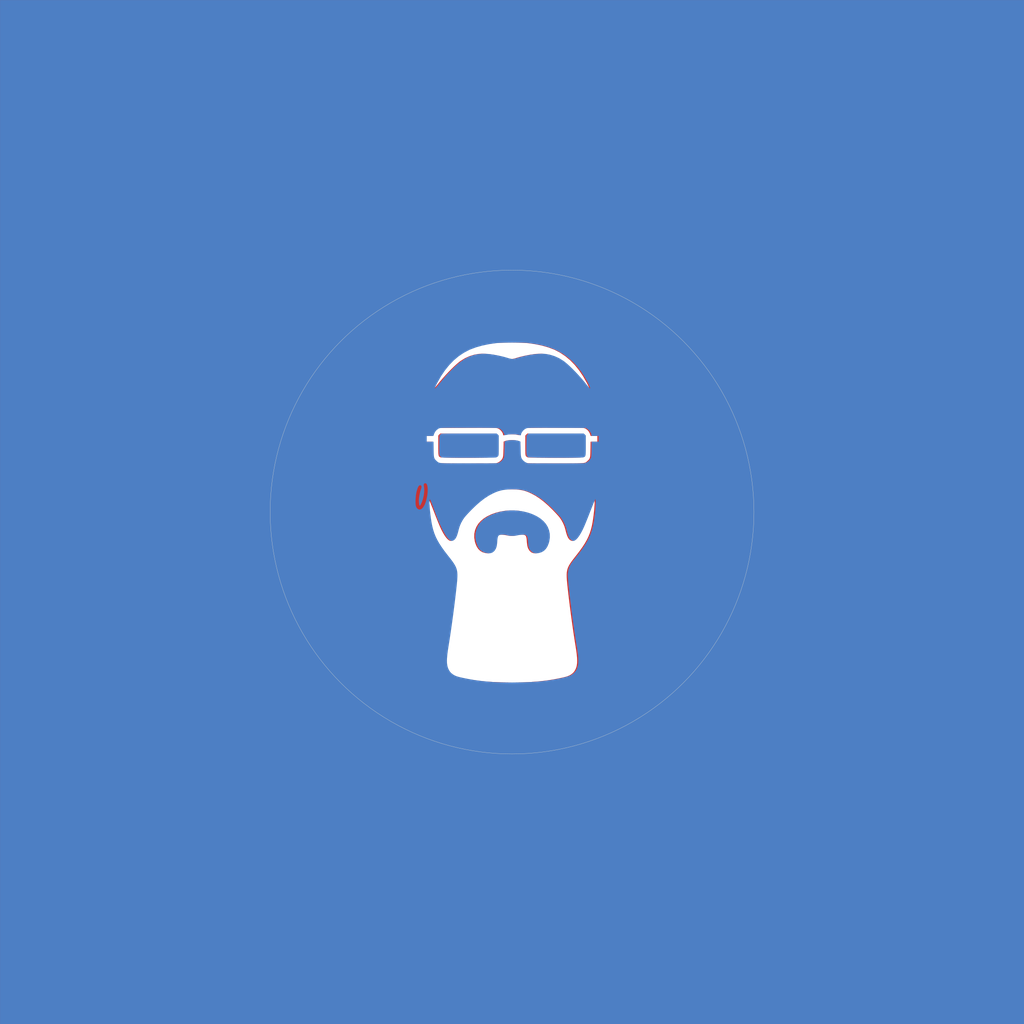
<source format=kicad_pcb>
(kicad_pcb (version 20171130) (host pcbnew 5.1.6-c6e7f7d~87~ubuntu20.04.1)

  (general
    (thickness 1.6)
    (drawings 1)
    (tracks 0)
    (zones 0)
    (modules 4)
    (nets 1)
  )

  (page A4)
  (layers
    (0 F.Cu signal hide)
    (31 B.Cu signal)
    (32 B.Adhes user)
    (33 F.Adhes user)
    (34 B.Paste user)
    (35 F.Paste user)
    (36 B.SilkS user)
    (37 F.SilkS user)
    (38 B.Mask user hide)
    (39 F.Mask user hide)
    (40 Dwgs.User user)
    (41 Cmts.User user)
    (42 Eco1.User user)
    (43 Eco2.User user)
    (44 Edge.Cuts user)
    (45 Margin user)
    (46 B.CrtYd user)
    (47 F.CrtYd user)
    (48 B.Fab user)
    (49 F.Fab user)
  )

  (setup
    (last_trace_width 0.25)
    (trace_clearance 0.2)
    (zone_clearance 0)
    (zone_45_only no)
    (trace_min 0.2)
    (via_size 0.8)
    (via_drill 0.4)
    (via_min_size 0.4)
    (via_min_drill 0.3)
    (uvia_size 0.3)
    (uvia_drill 0.1)
    (uvias_allowed no)
    (uvia_min_size 0.2)
    (uvia_min_drill 0.1)
    (edge_width 0.05)
    (segment_width 0.2)
    (pcb_text_width 0.3)
    (pcb_text_size 1.5 1.5)
    (mod_edge_width 0.12)
    (mod_text_size 1 1)
    (mod_text_width 0.15)
    (pad_size 1.524 1.524)
    (pad_drill 0.762)
    (pad_to_mask_clearance 0.05)
    (aux_axis_origin 0 0)
    (visible_elements FFFFFF7F)
    (pcbplotparams
      (layerselection 0x010c0_ffffffff)
      (usegerberextensions false)
      (usegerberattributes true)
      (usegerberadvancedattributes true)
      (creategerberjobfile false)
      (excludeedgelayer true)
      (linewidth 0.100000)
      (plotframeref false)
      (viasonmask false)
      (mode 1)
      (useauxorigin false)
      (hpglpennumber 1)
      (hpglpenspeed 20)
      (hpglpendiameter 15.000000)
      (psnegative false)
      (psa4output false)
      (plotreference true)
      (plotvalue true)
      (plotinvisibletext false)
      (padsonsilk false)
      (subtractmaskfromsilk false)
      (outputformat 1)
      (mirror false)
      (drillshape 0)
      (scaleselection 1)
      (outputdirectory "gerbers-coaster/"))
  )

  (net 0 "")

  (net_class Default "This is the default net class."
    (clearance 0.2)
    (trace_width 0.25)
    (via_dia 0.8)
    (via_drill 0.4)
    (uvia_dia 0.3)
    (uvia_drill 0.1)
  )

  (module big-clive:bcdc-mask-0.4 (layer B.Cu) (tedit 0) (tstamp 5F1A6AA5)
    (at 0 0 180)
    (fp_text reference G*** (at 0 0) (layer B.SilkS) hide
      (effects (font (size 1.524 1.524) (thickness 0.3)) (justify mirror))
    )
    (fp_text value LOGO (at 0.75 0) (layer B.SilkS) hide
      (effects (font (size 1.524 1.524) (thickness 0.3)) (justify mirror))
    )
    (fp_poly (pts (xy -0.105833 35.029969) (xy 0.645816 35.028162) (xy 1.276655 35.022811) (xy 1.806957 35.013187)
      (xy 2.256993 34.998563) (xy 2.647038 34.978209) (xy 2.997364 34.951398) (xy 3.328243 34.917401)
      (xy 3.457222 34.901934) (xy 4.919527 34.678223) (xy 6.279584 34.384002) (xy 7.529466 34.021242)
      (xy 8.5725 33.629822) (xy 9.709253 33.072871) (xy 10.786702 32.38792) (xy 11.804764 31.57505)
      (xy 12.763358 30.634345) (xy 13.662403 29.565886) (xy 14.501816 28.369755) (xy 15.281516 27.046035)
      (xy 15.454386 26.719701) (xy 15.692348 26.247575) (xy 15.854113 25.89411) (xy 15.93948 25.65919)
      (xy 15.948246 25.542698) (xy 15.880211 25.544518) (xy 15.735172 25.664533) (xy 15.51293 25.902627)
      (xy 15.213282 26.258684) (xy 15.036679 26.478008) (xy 14.142605 27.567131) (xy 13.283717 28.542471)
      (xy 12.443532 29.421558) (xy 11.605568 30.221922) (xy 11.08091 30.685453) (xy 10.204376 31.35937)
      (xy 9.305276 31.895302) (xy 8.376749 32.295495) (xy 7.41193 32.5622) (xy 6.403957 32.697663)
      (xy 5.345967 32.704135) (xy 4.995205 32.679283) (xy 4.336126 32.602719) (xy 3.598177 32.486312)
      (xy 2.827757 32.339439) (xy 2.071268 32.171478) (xy 1.375111 31.991808) (xy 0.926477 31.856957)
      (xy 0.548398 31.739753) (xy 0.239987 31.664566) (xy -0.033721 31.632299) (xy -0.307685 31.643857)
      (xy -0.61687 31.700142) (xy -0.996236 31.80206) (xy -1.371519 31.91636) (xy -2.224368 32.157402)
      (xy -3.103396 32.36005) (xy -3.982329 32.520673) (xy -4.834892 32.635638) (xy -5.634811 32.701314)
      (xy -6.35581 32.714069) (xy -6.894384 32.679753) (xy -7.928791 32.491987) (xy -8.924558 32.168791)
      (xy -9.879191 31.711138) (xy -10.672084 31.205964) (xy -11.105484 30.869319) (xy -11.605602 30.435246)
      (xy -12.156189 29.920463) (xy -12.740997 29.341686) (xy -13.343776 28.715634) (xy -13.948279 28.059022)
      (xy -14.538257 27.388569) (xy -15.097461 26.72099) (xy -15.406672 26.334861) (xy -15.63371 26.051339)
      (xy -15.832916 25.812573) (xy -15.987071 25.638449) (xy -16.078957 25.548856) (xy -16.093876 25.541111)
      (xy -16.145194 25.600328) (xy -16.157222 25.683632) (xy -16.118663 25.855789) (xy -16.009991 26.125508)
      (xy -15.841718 26.474539) (xy -15.624352 26.884633) (xy -15.368404 27.337538) (xy -15.084383 27.815005)
      (xy -14.782801 28.298785) (xy -14.474166 28.770627) (xy -14.16899 29.212281) (xy -13.962983 29.493794)
      (xy -13.121399 30.517283) (xy -12.222027 31.424401) (xy -11.25705 32.219698) (xy -10.218649 32.907728)
      (xy -9.099008 33.493041) (xy -7.89031 33.98019) (xy -6.584737 34.373725) (xy -5.174472 34.678199)
      (xy -5.009445 34.70699) (xy -4.4986 34.791201) (xy -4.036108 34.859735) (xy -3.598567 34.914133)
      (xy -3.162578 34.955937) (xy -2.704742 34.986687) (xy -2.201659 35.007926) (xy -1.62993 35.021194)
      (xy -0.966153 35.028032) (xy -0.18693 35.029983) (xy -0.105833 35.029969)) (layer B.Mask) (width 0.01))
    (fp_poly (pts (xy 9.94643 17.427166) (xy 10.865756 17.42685) (xy 11.66271 17.426054) (xy 12.34666 17.424554)
      (xy 12.926975 17.422131) (xy 13.413026 17.418562) (xy 13.81418 17.413626) (xy 14.139807 17.407103)
      (xy 14.399277 17.398769) (xy 14.601958 17.388405) (xy 14.757219 17.375789) (xy 14.874431 17.360698)
      (xy 14.962961 17.342913) (xy 15.032179 17.322211) (xy 15.091455 17.298371) (xy 15.131717 17.279854)
      (xy 15.516634 17.027833) (xy 15.843968 16.676433) (xy 16.079171 16.265497) (xy 16.128595 16.130284)
      (xy 16.253548 15.733889) (xy 17.638889 15.733889) (xy 17.638889 14.534445) (xy 16.237478 14.534445)
      (xy 16.214989 12.964583) (xy 16.204768 12.396545) (xy 16.188762 11.948892) (xy 16.16166 11.600898)
      (xy 16.118151 11.331838) (xy 16.052924 11.120986) (xy 15.960669 10.947618) (xy 15.836075 10.791008)
      (xy 15.67383 10.630431) (xy 15.599459 10.562485) (xy 15.504374 10.4739) (xy 15.421551 10.396205)
      (xy 15.341601 10.328691) (xy 15.255137 10.270646) (xy 15.152771 10.221358) (xy 15.025116 10.180117)
      (xy 14.862784 10.146211) (xy 14.656389 10.11893) (xy 14.396542 10.097561) (xy 14.073857 10.081394)
      (xy 13.678945 10.069717) (xy 13.202419 10.06182) (xy 12.634891 10.056991) (xy 11.966975 10.054518)
      (xy 11.189283 10.053691) (xy 10.292427 10.053799) (xy 9.26702 10.05413) (xy 8.89 10.054167)
      (xy 7.842085 10.054215) (xy 6.925871 10.054513) (xy 6.131949 10.055285) (xy 5.450908 10.056759)
      (xy 4.873338 10.059162) (xy 4.389829 10.062721) (xy 3.990972 10.067661) (xy 3.667356 10.074211)
      (xy 3.409572 10.082596) (xy 3.20821 10.093044) (xy 3.053859 10.105781) (xy 2.937109 10.121035)
      (xy 2.848552 10.13903) (xy 2.778776 10.159996) (xy 2.718372 10.184158) (xy 2.674804 10.203937)
      (xy 2.27604 10.454296) (xy 1.934205 10.794971) (xy 1.724147 11.119316) (xy 1.678564 11.225981)
      (xy 1.643087 11.352855) (xy 1.615846 11.520197) (xy 1.594967 11.748266) (xy 1.57858 12.05732)
      (xy 1.564813 12.467618) (xy 1.552222 12.980138) (xy 1.516944 14.565553) (xy 1.164167 14.705331)
      (xy 0.856638 14.787335) (xy 0.454189 14.838562) (xy -0.000385 14.859007) (xy -0.464289 14.848666)
      (xy -0.89473 14.807535) (xy -1.248911 14.735609) (xy -1.340556 14.705567) (xy -1.728611 14.560716)
      (xy -1.766266 13.012997) (xy -1.781728 12.453311) (xy -1.800758 12.013552) (xy -1.828062 11.672536)
      (xy -1.868345 11.409085) (xy -1.926314 11.202016) (xy -2.006674 11.03015) (xy -2.11413 10.872304)
      (xy -2.253389 10.707299) (xy -2.286789 10.670116) (xy -2.506928 10.472844) (xy -2.778406 10.290196)
      (xy -2.911006 10.221352) (xy -3.280833 10.054167) (xy -8.960556 10.043253) (xy -9.851083 10.042302)
      (xy -10.706295 10.04286) (xy -11.51489 10.044832) (xy -12.265568 10.048124) (xy -12.94703 10.052639)
      (xy -13.547974 10.058283) (xy -14.0571 10.06496) (xy -14.463107 10.072575) (xy -14.754696 10.081032)
      (xy -14.920566 10.090237) (xy -14.947423 10.093734) (xy -15.324025 10.217273) (xy -15.68692 10.420012)
      (xy -15.980703 10.669005) (xy -16.046815 10.747454) (xy -16.169696 10.917143) (xy -16.263974 11.077685)
      (xy -16.333407 11.250786) (xy -16.381754 11.458153) (xy -16.412772 11.721493) (xy -16.43022 12.062513)
      (xy -16.437855 12.502918) (xy -16.439445 13.015234) (xy -16.439445 14.534445) (xy -17.921111 14.534445)
      (xy -17.921111 15.733889) (xy -16.45748 15.733889) (xy -16.444463 15.815299) (xy -15.24 15.815299)
      (xy -15.24 13.77946) (xy -15.239423 13.155082) (xy -15.235784 12.656159) (xy -15.22622 12.267037)
      (xy -15.207867 11.972058) (xy -15.177862 11.755569) (xy -15.133341 11.601913) (xy -15.071442 11.495435)
      (xy -14.989302 11.420479) (xy -14.884056 11.36139) (xy -14.789976 11.318831) (xy -14.674255 11.298936)
      (xy -14.432102 11.281483) (xy -14.076705 11.266426) (xy -13.621251 11.25372) (xy -13.078928 11.243318)
      (xy -12.462924 11.235174) (xy -11.786427 11.229242) (xy -11.062623 11.225476) (xy -10.304701 11.22383)
      (xy -9.525849 11.224259) (xy -8.739254 11.226716) (xy -7.958104 11.231155) (xy -7.195587 11.23753)
      (xy -6.464889 11.245795) (xy -5.7792 11.255905) (xy -5.151707 11.267812) (xy -4.595597 11.281472)
      (xy -4.124058 11.296838) (xy -3.750278 11.313864) (xy -3.487444 11.332505) (xy -3.348745 11.352714)
      (xy -3.33373 11.358791) (xy -3.227946 11.437245) (xy -3.144067 11.527668) (xy -3.079801 11.646166)
      (xy -3.032853 11.808845) (xy -3.000933 12.03181) (xy -2.981746 12.331169) (xy -2.973001 12.723027)
      (xy -2.972405 13.223491) (xy -2.977665 13.848667) (xy -2.97778 13.859402) (xy -2.998611 15.795412)
      (xy -3.017674 15.815299) (xy 2.751667 15.815299) (xy 2.751667 13.773276) (xy 2.752079 13.181616)
      (xy 2.75404 12.714499) (xy 2.758632 12.355354) (xy 2.766936 12.087614) (xy 2.780037 11.894711)
      (xy 2.799018 11.760075) (xy 2.82496 11.667138) (xy 2.858947 11.599331) (xy 2.897216 11.546216)
      (xy 3.072932 11.391828) (xy 3.267633 11.296119) (xy 3.382943 11.283154) (xy 3.625832 11.271465)
      (xy 3.982774 11.261053) (xy 4.440243 11.251922) (xy 4.984713 11.244076) (xy 5.602657 11.237517)
      (xy 6.280549 11.232248) (xy 7.004863 11.228273) (xy 7.762073 11.225593) (xy 8.538652 11.224214)
      (xy 9.321075 11.224136) (xy 10.095815 11.225364) (xy 10.849345 11.2279) (xy 11.568141 11.231748)
      (xy 12.238675 11.23691) (xy 12.847422 11.24339) (xy 13.380855 11.25119) (xy 13.825448 11.260314)
      (xy 14.167674 11.270764) (xy 14.394008 11.282544) (xy 14.485198 11.293612) (xy 14.756345 11.433611)
      (xy 14.890628 11.59308) (xy 14.931582 11.669057) (xy 14.963508 11.758286) (xy 14.987521 11.878253)
      (xy 15.00474 12.046443) (xy 15.016279 12.280343) (xy 15.023257 12.597437) (xy 15.02679 13.015213)
      (xy 15.027994 13.551155) (xy 15.028069 13.745333) (xy 15.027201 14.348704) (xy 15.022954 14.82773)
      (xy 15.013139 15.199171) (xy 14.995567 15.479789) (xy 14.96805 15.686344) (xy 14.928398 15.835597)
      (xy 14.874423 15.944308) (xy 14.803937 16.02924) (xy 14.720214 16.102737) (xy 14.685559 16.12484)
      (xy 14.633656 16.144118) (xy 14.555264 16.160767) (xy 14.441143 16.17498) (xy 14.282054 16.186953)
      (xy 14.068755 16.196881) (xy 13.792007 16.204958) (xy 13.442569 16.211381) (xy 13.011202 16.216343)
      (xy 12.488666 16.220039) (xy 11.865719 16.222664) (xy 11.133122 16.224414) (xy 10.281635 16.225483)
      (xy 9.302017 16.226067) (xy 8.866934 16.226209) (xy 3.164145 16.227778) (xy 2.957906 16.021539)
      (xy 2.751667 15.815299) (xy -3.017674 15.815299) (xy -3.413067 16.227778) (xy -14.827522 16.227778)
      (xy -15.033761 16.021539) (xy -15.24 15.815299) (xy -16.444463 15.815299) (xy -16.413765 16.007269)
      (xy -16.304552 16.335477) (xy -16.096692 16.67412) (xy -15.82188 16.97957) (xy -15.563066 17.178222)
      (xy -15.215854 17.391945) (xy -9.228865 17.410753) (xy -8.172093 17.414033) (xy -7.247069 17.41667)
      (xy -6.444429 17.418468) (xy -5.754811 17.419233) (xy -5.168851 17.41877) (xy -4.677188 17.416884)
      (xy -4.270457 17.413381) (xy -3.939297 17.408064) (xy -3.674343 17.40074) (xy -3.466233 17.391214)
      (xy -3.305605 17.37929) (xy -3.183095 17.364774) (xy -3.089341 17.347471) (xy -3.014979 17.327186)
      (xy -2.950646 17.303724) (xy -2.891528 17.278846) (xy -2.579266 17.094821) (xy -2.291091 16.836294)
      (xy -2.053341 16.53638) (xy -1.892354 16.228193) (xy -1.834445 15.949772) (xy -1.824598 15.88971)
      (xy -1.775447 15.866658) (xy -1.657573 15.880896) (xy -1.441557 15.932707) (xy -1.358195 15.954321)
      (xy -0.840448 16.046813) (xy -0.244824 16.084025) (xy 0.377058 16.066729) (xy 0.973574 15.995697)
      (xy 1.35081 15.913767) (xy 1.47525 15.8952) (xy 1.550623 15.947421) (xy 1.615595 16.1013)
      (xy 1.626416 16.133788) (xy 1.847174 16.594966) (xy 2.171644 16.979784) (xy 2.578619 17.265714)
      (xy 2.773899 17.352724) (xy 2.884228 17.368187) (xy 3.12847 17.381829) (xy 3.507503 17.393659)
      (xy 4.022206 17.403688) (xy 4.673456 17.411927) (xy 5.462133 17.418386) (xy 6.389116 17.423076)
      (xy 7.455282 17.426009) (xy 8.66151 17.427194) (xy 8.895362 17.427222) (xy 9.94643 17.427166)) (layer B.Mask) (width 0.01))
    (fp_poly (pts (xy 18.046937 5.951107) (xy 18.184991 5.863469) (xy 18.24856 5.684431) (xy 18.24009 5.401652)
      (xy 18.200804 5.173966) (xy 18.151785 4.737067) (xy 18.160422 4.20782) (xy 18.224053 3.621445)
      (xy 18.340013 3.01316) (xy 18.375216 2.868291) (xy 18.473507 2.529975) (xy 18.595654 2.181872)
      (xy 18.728573 1.854469) (xy 18.859178 1.578254) (xy 18.974386 1.383714) (xy 19.044606 1.308612)
      (xy 19.109596 1.334206) (xy 19.168786 1.476681) (xy 19.217147 1.711811) (xy 19.249651 2.015368)
      (xy 19.261273 2.352528) (xy 19.238559 2.769144) (xy 19.176283 3.25745) (xy 19.084019 3.7654)
      (xy 18.97134 4.240947) (xy 18.84782 4.632044) (xy 18.836669 4.660888) (xy 18.721768 5.030067)
      (xy 18.70711 5.300193) (xy 18.792695 5.471152) (xy 18.840998 5.50476) (xy 19.027249 5.547638)
      (xy 19.20178 5.467105) (xy 19.367222 5.259257) (xy 19.526204 4.920192) (xy 19.681356 4.446006)
      (xy 19.763694 4.135517) (xy 19.846313 3.718785) (xy 19.907196 3.239951) (xy 19.945012 2.734842)
      (xy 19.958433 2.239283) (xy 19.94613 1.789101) (xy 19.906773 1.420123) (xy 19.870526 1.255713)
      (xy 19.717177 0.892784) (xy 19.508901 0.645547) (xy 19.258245 0.520385) (xy 18.977756 0.523683)
      (xy 18.690017 0.655004) (xy 18.438179 0.89386) (xy 18.199158 1.25204) (xy 17.980015 1.707872)
      (xy 17.787812 2.239687) (xy 17.629609 2.825814) (xy 17.512467 3.444582) (xy 17.443447 4.074322)
      (xy 17.427506 4.529722) (xy 17.451098 5.072208) (xy 17.521973 5.488232) (xy 17.639331 5.775959)
      (xy 17.802373 5.933553) (xy 18.010299 5.959181) (xy 18.046937 5.951107)) (layer B.Mask) (width 0.01))
    (fp_poly (pts (xy 0.211667 4.70559) (xy 1.010684 4.663381) (xy 1.709394 4.582813) (xy 2.34548 4.455051)
      (xy 2.956622 4.271258) (xy 3.580504 4.022599) (xy 4.039195 3.80805) (xy 4.891548 3.341284)
      (xy 5.750746 2.772619) (xy 6.626959 2.094206) (xy 7.530354 1.298192) (xy 8.434551 0.414124)
      (xy 8.778551 0.057217) (xy 9.11437 -0.301132) (xy 9.419836 -0.636528) (xy 9.67278 -0.924575)
      (xy 9.85103 -1.140876) (xy 9.868855 -1.164167) (xy 10.25796 -1.749053) (xy 10.598834 -2.39645)
      (xy 10.867254 -3.055651) (xy 11.01484 -3.563055) (xy 11.178165 -4.217213) (xy 11.340681 -4.74439)
      (xy 11.509265 -5.158504) (xy 11.690795 -5.473477) (xy 11.892148 -5.703228) (xy 12.1202 -5.861676)
      (xy 12.160332 -5.881677) (xy 12.345891 -5.954959) (xy 12.49078 -5.956797) (xy 12.644435 -5.90332)
      (xy 12.957307 -5.706109) (xy 13.291426 -5.37036) (xy 13.646317 -4.896964) (xy 14.021506 -4.286813)
      (xy 14.416519 -3.540799) (xy 14.830883 -2.659812) (xy 15.264124 -1.644745) (xy 15.715767 -0.496488)
      (xy 16.157394 0.705556) (xy 16.311798 1.129619) (xy 16.465728 1.536482) (xy 16.607256 1.895745)
      (xy 16.724453 2.177007) (xy 16.794143 2.328333) (xy 16.902431 2.53815) (xy 16.965852 2.635838)
      (xy 17.003113 2.635252) (xy 17.032919 2.550244) (xy 17.042682 2.512396) (xy 17.070685 2.290539)
      (xy 17.076508 1.950213) (xy 17.062139 1.511975) (xy 17.029564 0.996381) (xy 16.98077 0.423989)
      (xy 16.917744 -0.184645) (xy 16.842472 -0.808964) (xy 16.756941 -1.42841) (xy 16.663139 -2.022426)
      (xy 16.563052 -2.570457) (xy 16.540736 -2.681111) (xy 16.358277 -3.460348) (xy 16.136049 -4.197602)
      (xy 15.864554 -4.91112) (xy 15.534294 -5.619152) (xy 15.13577 -6.339945) (xy 14.659485 -7.091748)
      (xy 14.095942 -7.892809) (xy 13.435642 -8.761377) (xy 13.260547 -8.983381) (xy 12.786296 -9.585756)
      (xy 12.387709 -10.110855) (xy 12.059758 -10.577717) (xy 11.797415 -11.005379) (xy 11.595656 -11.41288)
      (xy 11.449452 -11.819259) (xy 11.353777 -12.243553) (xy 11.303605 -12.704801) (xy 11.293908 -13.222042)
      (xy 11.319661 -13.814314) (xy 11.375836 -14.500655) (xy 11.457407 -15.300103) (xy 11.496843 -15.663333)
      (xy 11.670461 -17.191912) (xy 11.86397 -18.792728) (xy 12.073052 -20.433952) (xy 12.293388 -22.083754)
      (xy 12.52066 -23.710304) (xy 12.750548 -25.281771) (xy 12.978736 -26.766327) (xy 13.133754 -27.728333)
      (xy 13.279864 -28.67849) (xy 13.38333 -29.506945) (xy 13.443338 -30.226767) (xy 13.459074 -30.851022)
      (xy 13.429726 -31.392778) (xy 13.354479 -31.865102) (xy 13.23252 -32.281062) (xy 13.063036 -32.653725)
      (xy 12.845212 -32.996158) (xy 12.802214 -33.053751) (xy 12.549825 -33.312266) (xy 12.202168 -33.570413)
      (xy 11.80247 -33.800767) (xy 11.393956 -33.975904) (xy 11.300993 -34.006191) (xy 10.847528 -34.12962)
      (xy 10.280359 -34.261418) (xy 9.626286 -34.396857) (xy 8.912106 -34.53121) (xy 8.164618 -34.65975)
      (xy 7.410621 -34.77775) (xy 6.676913 -34.880481) (xy 5.990293 -34.963218) (xy 5.715 -34.991586)
      (xy 4.796942 -35.067788) (xy 3.769641 -35.130735) (xy 2.664395 -35.179867) (xy 1.512499 -35.214627)
      (xy 0.345251 -35.234456) (xy -0.806054 -35.238796) (xy -1.910119 -35.227089) (xy -2.935648 -35.198777)
      (xy -3.739445 -35.160214) (xy -5.395206 -35.037373) (xy -6.960455 -34.872933) (xy -8.42396 -34.668486)
      (xy -9.774486 -34.425625) (xy -11.000798 -34.145942) (xy -11.128122 -34.112867) (xy -11.803488 -33.895795)
      (xy -12.356001 -33.629178) (xy -12.797651 -33.305054) (xy -13.14043 -32.915461) (xy -13.285877 -32.68015)
      (xy -13.46178 -32.303937) (xy -13.59156 -31.89712) (xy -13.675619 -31.444993) (xy -13.714361 -30.932849)
      (xy -13.708189 -30.345981) (xy -13.657505 -29.669683) (xy -13.562715 -28.889248) (xy -13.424221 -27.98997)
      (xy -13.415884 -27.94) (xy -13.266478 -27.027006) (xy -13.114997 -26.06278) (xy -12.96282 -25.058469)
      (xy -12.811327 -24.025218) (xy -12.661896 -22.974172) (xy -12.515906 -21.916478) (xy -12.374734 -20.86328)
      (xy -12.239761 -19.825725) (xy -12.112365 -18.814957) (xy -11.993924 -17.842123) (xy -11.885818 -16.918367)
      (xy -11.789424 -16.054836) (xy -11.706122 -15.262675) (xy -11.63729 -14.55303) (xy -11.584307 -13.937046)
      (xy -11.548552 -13.425869) (xy -11.531403 -13.030644) (xy -11.53424 -12.762517) (xy -11.53582 -12.741396)
      (xy -11.653025 -11.988221) (xy -11.878189 -11.301541) (xy -12.222467 -10.654792) (xy -12.659726 -10.065391)
      (xy -13.034457 -9.608442) (xy -13.443278 -9.090697) (xy -13.861508 -8.544881) (xy -14.26447 -8.003714)
      (xy -14.627486 -7.49992) (xy -14.925875 -7.066221) (xy -14.956275 -7.020278) (xy -15.517652 -6.105979)
      (xy -15.971771 -5.223347) (xy -16.334669 -4.335408) (xy -16.62238 -3.40519) (xy -16.748781 -2.88723)
      (xy -16.856011 -2.358941) (xy -16.957787 -1.763442) (xy -17.051512 -1.125512) (xy -17.13459 -0.46993)
      (xy -17.204424 0.178521) (xy -17.258417 0.795063) (xy -17.293973 1.354915) (xy -17.308494 1.833298)
      (xy -17.299385 2.20543) (xy -17.291611 2.293056) (xy -17.244882 2.716389) (xy -17.01037 2.2225)
      (xy -16.922769 2.025424) (xy -16.794216 1.719183) (xy -16.633897 1.326512) (xy -16.451001 0.870149)
      (xy -16.254714 0.37283) (xy -16.054225 -0.142708) (xy -16.046195 -0.163523) (xy -15.832028 -0.713588)
      (xy -15.608885 -1.277303) (xy -15.388902 -1.82467) (xy -15.184216 -2.325694) (xy -15.006962 -2.750377)
      (xy -14.886348 -3.030249) (xy -14.536332 -3.775163) (xy -14.187204 -4.425094) (xy -13.844924 -4.971248)
      (xy -13.515452 -5.404836) (xy -13.204747 -5.717065) (xy -12.951448 -5.884523) (xy -12.768136 -5.956277)
      (xy -12.623235 -5.955721) (xy -12.473343 -5.902132) (xy -12.192405 -5.731528) (xy -11.948813 -5.470062)
      (xy -11.8564 -5.311868) (xy -7.806018 -5.311868) (xy -7.687969 -6.063371) (xy -7.47131 -6.762634)
      (xy -7.184293 -7.341047) (xy -6.824312 -7.801541) (xy -6.388761 -8.147046) (xy -5.875034 -8.380494)
      (xy -5.55486 -8.462852) (xy -5.069102 -8.522727) (xy -4.667034 -8.490123) (xy -4.405785 -8.404145)
      (xy -4.103235 -8.206067) (xy -3.818095 -7.91238) (xy -3.588435 -7.567063) (xy -3.490908 -7.34719)
      (xy -3.439801 -7.143782) (xy -3.38934 -6.842566) (xy -3.34585 -6.486731) (xy -3.319088 -6.173611)
      (xy -3.284706 -5.735734) (xy -3.24413 -5.413335) (xy -3.189865 -5.180786) (xy -3.114417 -5.01246)
      (xy -3.010289 -4.882728) (xy -2.918109 -4.802559) (xy -2.809464 -4.72844) (xy -2.691444 -4.685175)
      (xy -2.527418 -4.667267) (xy -2.280754 -4.669218) (xy -2.083812 -4.677357) (xy -1.725179 -4.706399)
      (xy -1.353201 -4.756419) (xy -1.038051 -4.817616) (xy -0.987778 -4.830399) (xy -0.591162 -4.899551)
      (xy -0.126305 -4.922892) (xy 0.352103 -4.902109) (xy 0.789377 -4.838893) (xy 1.049565 -4.767503)
      (xy 1.31876 -4.703375) (xy 1.674612 -4.664855) (xy 1.939633 -4.656667) (xy 2.288608 -4.6697)
      (xy 2.553017 -4.720298) (xy 2.745959 -4.825707) (xy 2.880533 -5.003174) (xy 2.969836 -5.269947)
      (xy 3.026968 -5.643271) (xy 3.064907 -6.138333) (xy 3.114083 -6.686945) (xy 3.195968 -7.127837)
      (xy 3.319342 -7.492355) (xy 3.492985 -7.811845) (xy 3.561311 -7.91067) (xy 3.858485 -8.231724)
      (xy 4.204042 -8.43349) (xy 4.611575 -8.520232) (xy 5.094682 -8.496214) (xy 5.305833 -8.457891)
      (xy 5.880482 -8.270271) (xy 6.378092 -7.972427) (xy 6.785622 -7.574347) (xy 7.08635 -7.093849)
      (xy 7.370008 -6.343596) (xy 7.527207 -5.571712) (xy 7.557755 -4.797132) (xy 7.461457 -4.038794)
      (xy 7.23812 -3.315632) (xy 7.127374 -3.069167) (xy 6.748272 -2.450604) (xy 6.248353 -1.881721)
      (xy 5.640511 -1.367099) (xy 4.937639 -0.91132) (xy 4.152631 -0.518964) (xy 3.298382 -0.194614)
      (xy 2.387785 0.057149) (xy 1.433733 0.231742) (xy 0.449121 0.324586) (xy -0.553157 0.331097)
      (xy -1.560209 0.246695) (xy -2.010833 0.17795) (xy -2.929918 -0.024204) (xy -3.820739 -0.300288)
      (xy -4.65335 -0.638665) (xy -5.397806 -1.027701) (xy -5.820103 -1.302128) (xy -6.459349 -1.8361)
      (xy -6.980346 -2.436685) (xy -7.379302 -3.094217) (xy -7.652427 -3.799035) (xy -7.79593 -4.541473)
      (xy -7.806018 -5.311868) (xy -11.8564 -5.311868) (xy -11.736222 -5.106149) (xy -11.548292 -4.628205)
      (xy -11.378678 -4.024643) (xy -11.329363 -3.812629) (xy -11.097778 -3.016928) (xy -10.76837 -2.232114)
      (xy -10.363144 -1.506235) (xy -10.100315 -1.128889) (xy -9.945199 -0.94013) (xy -9.71069 -0.674405)
      (xy -9.417486 -0.354219) (xy -9.086284 -0.002074) (xy -8.737784 0.359526) (xy -8.63295 0.46649)
      (xy -7.787845 1.292853) (xy -6.987737 2.005896) (xy -6.215239 2.618869) (xy -5.452961 3.145021)
      (xy -4.683513 3.597602) (xy -4.198056 3.845699) (xy -3.466974 4.167925) (xy -2.760378 4.409326)
      (xy -2.045186 4.576351) (xy -1.288315 4.675453) (xy -0.456683 4.713081) (xy 0.211667 4.70559)) (layer B.Mask) (width 0.01))
  )

  (module big-clive:bcdc-copper-invert-0.4 (layer B.Cu) (tedit 0) (tstamp 5F1A6A5F)
    (at 0 0 180)
    (fp_text reference G*** (at 0 0) (layer B.SilkS) hide
      (effects (font (size 1.524 1.524) (thickness 0.3)) (justify mirror))
    )
    (fp_text value LOGO (at 0.75 0) (layer B.SilkS) hide
      (effects (font (size 1.524 1.524) (thickness 0.3)) (justify mirror))
    )
    (fp_poly (pts (xy 8.866934 16.226209) (xy 9.901045 16.225767) (xy 10.803286 16.224918) (xy 11.582896 16.223467)
      (xy 12.249116 16.22122) (xy 12.811185 16.21798) (xy 13.278344 16.213554) (xy 13.659834 16.207747)
      (xy 13.964893 16.200363) (xy 14.202763 16.191207) (xy 14.382683 16.180085) (xy 14.513894 16.166802)
      (xy 14.605636 16.151163) (xy 14.667148 16.132973) (xy 14.707672 16.112037) (xy 14.720214 16.102737)
      (xy 14.808309 16.024875) (xy 14.877824 15.939065) (xy 14.930948 15.828546) (xy 14.969871 15.676558)
      (xy 14.99678 15.46634) (xy 15.013865 15.181132) (xy 15.023315 14.804171) (xy 15.027318 14.318698)
      (xy 15.028069 13.745333) (xy 15.027363 13.16894) (xy 15.024677 12.716169) (xy 15.018894 12.369536)
      (xy 15.008897 12.111554) (xy 14.993571 11.924737) (xy 14.971797 11.791599) (xy 14.942461 11.694656)
      (xy 14.904444 11.616421) (xy 14.890628 11.59308) (xy 14.683383 11.379718) (xy 14.485198 11.293612)
      (xy 14.368086 11.280699) (xy 14.123577 11.269118) (xy 13.765197 11.258866) (xy 13.306471 11.249941)
      (xy 12.760926 11.242338) (xy 12.142089 11.236055) (xy 11.463484 11.23109) (xy 10.738639 11.227438)
      (xy 9.98108 11.225098) (xy 9.204333 11.224065) (xy 8.421924 11.224337) (xy 7.647379 11.225911)
      (xy 6.894224 11.228784) (xy 6.175987 11.232953) (xy 5.506192 11.238415) (xy 4.898366 11.245167)
      (xy 4.366036 11.253205) (xy 3.922727 11.262527) (xy 3.581966 11.27313) (xy 3.357279 11.285011)
      (xy 3.267633 11.296119) (xy 3.059238 11.401074) (xy 2.897216 11.546216) (xy 2.855082 11.605574)
      (xy 2.821965 11.675185) (xy 2.796782 11.771615) (xy 2.778451 11.911433) (xy 2.765888 12.111208)
      (xy 2.758012 12.387509) (xy 2.753738 12.756904) (xy 2.751985 13.235962) (xy 2.751667 13.773276)
      (xy 2.751667 15.815299) (xy 2.957906 16.021539) (xy 3.164145 16.227778) (xy 8.866934 16.226209)) (layer B.Cu) (width 0.01))
    (fp_poly (pts (xy -2.998611 15.795412) (xy -2.97778 13.859402) (xy -2.972448 13.232171) (xy -2.972936 12.7299)
      (xy -2.981537 12.336485) (xy -3.000545 12.035818) (xy -3.032251 11.811793) (xy -3.078948 11.648305)
      (xy -3.14293 11.529246) (xy -3.226488 11.438511) (xy -3.331915 11.359994) (xy -3.33373 11.358791)
      (xy -3.434405 11.338141) (xy -3.662996 11.319046) (xy -4.006314 11.301552) (xy -4.451173 11.285705)
      (xy -4.984383 11.271552) (xy -5.592758 11.259137) (xy -6.26311 11.248507) (xy -6.982252 11.239708)
      (xy -7.736994 11.232786) (xy -8.51415 11.227788) (xy -9.300533 11.224758) (xy -10.082954 11.223743)
      (xy -10.848225 11.224789) (xy -11.583159 11.227942) (xy -12.274569 11.233249) (xy -12.909266 11.240754)
      (xy -13.474063 11.250504) (xy -13.955772 11.262545) (xy -14.341205 11.276923) (xy -14.617176 11.293684)
      (xy -14.770495 11.312874) (xy -14.789976 11.318831) (xy -14.914092 11.376249) (xy -15.012993 11.437989)
      (xy -15.089541 11.519707) (xy -15.146599 11.637058) (xy -15.18703 11.805699) (xy -15.213698 12.041285)
      (xy -15.229466 12.35947) (xy -15.237197 12.775911) (xy -15.239755 13.306264) (xy -15.24 13.77946)
      (xy -15.24 15.815299) (xy -15.033761 16.021539) (xy -14.827522 16.227778) (xy -3.413067 16.227778)
      (xy -2.998611 15.795412)) (layer B.Cu) (width 0.01))
    (fp_poly (pts (xy 0.427165 0.32846) (xy 1.385695 0.238692) (xy 2.328696 0.066516) (xy 3.238437 -0.181716)
      (xy 4.097189 -0.499653) (xy 4.887222 -0.880943) (xy 5.590807 -1.319234) (xy 6.190213 -1.808175)
      (xy 6.567865 -2.213033) (xy 7.010524 -2.864508) (xy 7.327304 -3.568658) (xy 7.514947 -4.310206)
      (xy 7.570199 -5.073877) (xy 7.489803 -5.844395) (xy 7.412408 -6.175145) (xy 7.1879 -6.842008)
      (xy 6.910376 -7.38432) (xy 6.571147 -7.811498) (xy 6.161522 -8.132959) (xy 5.672809 -8.358122)
      (xy 5.305833 -8.457891) (xy 4.789674 -8.523819) (xy 4.354374 -8.480646) (xy 3.986337 -8.324107)
      (xy 3.671967 -8.049937) (xy 3.561311 -7.91067) (xy 3.369543 -7.599029) (xy 3.230882 -7.252493)
      (xy 3.136548 -6.839714) (xy 3.07776 -6.329347) (xy 3.064907 -6.138333) (xy 3.026802 -5.641694)
      (xy 2.969577 -5.26879) (xy 2.880132 -5.002375) (xy 2.745369 -4.825202) (xy 2.55219 -4.720024)
      (xy 2.287496 -4.669594) (xy 1.939633 -4.656667) (xy 1.555185 -4.673934) (xy 1.221145 -4.721323)
      (xy 1.049565 -4.767503) (xy 0.676295 -4.860422) (xy 0.222249 -4.912131) (xy -0.257884 -4.920941)
      (xy -0.709418 -4.885163) (xy -0.987778 -4.830399) (xy -1.283034 -4.768137) (xy -1.649225 -4.715084)
      (xy -2.016175 -4.681038) (xy -2.083812 -4.677357) (xy -2.395704 -4.666347) (xy -2.603558 -4.671986)
      (xy -2.744005 -4.69977) (xy -2.853678 -4.755196) (xy -2.918109 -4.802559) (xy -3.046317 -4.92062)
      (xy -3.140689 -5.059645) (xy -3.208722 -5.245264) (xy -3.25791 -5.503102) (xy -3.295749 -5.858789)
      (xy -3.319088 -6.173611) (xy -3.366921 -6.699997) (xy -3.43693 -7.114845) (xy -3.537853 -7.447086)
      (xy -3.678427 -7.72565) (xy -3.862809 -7.974135) (xy -4.181934 -8.272077) (xy -4.538483 -8.452499)
      (xy -4.95202 -8.521052) (xy -5.442106 -8.483388) (xy -5.55486 -8.462852) (xy -6.113148 -8.290398)
      (xy -6.591812 -8.007515) (xy -6.993459 -7.611272) (xy -7.320694 -7.098737) (xy -7.576122 -6.466981)
      (xy -7.687969 -6.063371) (xy -7.81199 -5.270994) (xy -7.797401 -4.503486) (xy -7.643836 -3.757413)
      (xy -7.367653 -3.062871) (xy -6.980418 -2.434471) (xy -6.469945 -1.856768) (xy -5.846545 -1.334875)
      (xy -5.120526 -0.873906) (xy -4.302199 -0.478977) (xy -3.401872 -0.1552) (xy -2.429855 0.09231)
      (xy -1.396456 0.258439) (xy -0.529167 0.329469) (xy 0.427165 0.32846)) (layer B.Cu) (width 0.01))
    (fp_poly (pts (xy 105.833333 -105.833333) (xy -105.833333 -105.833333) (xy -105.833333 1.957822) (xy -17.308355 1.957822)
      (xy -17.300685 1.508867) (xy -17.271198 0.970969) (xy -17.222491 0.368911) (xy -17.15716 -0.272529)
      (xy -17.077802 -0.92857) (xy -16.987013 -1.574432) (xy -16.887391 -2.185334) (xy -16.781532 -2.736497)
      (xy -16.748781 -2.88723) (xy -16.494136 -3.854463) (xy -16.172727 -4.759998) (xy -15.768517 -5.640807)
      (xy -15.265472 -6.533864) (xy -14.956275 -7.020278) (xy -14.667334 -7.443327) (xy -14.310795 -7.940412)
      (xy -13.911336 -8.478811) (xy -13.493638 -9.025801) (xy -13.082377 -9.548659) (xy -12.702233 -10.014663)
      (xy -12.659726 -10.065391) (xy -12.194558 -10.69884) (xy -11.858888 -11.347498) (xy -11.641559 -12.037927)
      (xy -11.53582 -12.741396) (xy -11.530716 -12.994959) (xy -11.545748 -13.376838) (xy -11.579537 -13.875888)
      (xy -11.630704 -14.480962) (xy -11.697871 -15.180915) (xy -11.779659 -15.964601) (xy -11.87469 -16.820876)
      (xy -11.981584 -17.738593) (xy -12.098962 -18.706607) (xy -12.225447 -19.713772) (xy -12.359659 -20.748943)
      (xy -12.50022 -21.800973) (xy -12.645751 -22.858719) (xy -12.794873 -23.911033) (xy -12.946208 -24.946771)
      (xy -13.098377 -25.954787) (xy -13.250001 -26.923935) (xy -13.399701 -27.84307) (xy -13.415884 -27.94)
      (xy -13.556626 -28.845819) (xy -13.653685 -29.632034) (xy -13.706657 -30.313353) (xy -13.715139 -30.904482)
      (xy -13.678728 -31.420126) (xy -13.597021 -31.874994) (xy -13.469613 -32.283792) (xy -13.296102 -32.661226)
      (xy -13.285877 -32.68015) (xy -12.987418 -33.100181) (xy -12.586401 -33.474819) (xy -12.139904 -33.75863)
      (xy -11.804945 -33.898707) (xy -11.346471 -34.045585) (xy -10.78171 -34.195832) (xy -10.127886 -34.346016)
      (xy -9.402225 -34.492707) (xy -8.621954 -34.632471) (xy -7.804297 -34.761878) (xy -6.966481 -34.877495)
      (xy -6.125732 -34.975891) (xy -5.926667 -34.996438) (xy -5.140339 -35.063716) (xy -4.240773 -35.120549)
      (xy -3.255486 -35.166532) (xy -2.211994 -35.201262) (xy -1.137814 -35.224334) (xy -0.06046 -35.235343)
      (xy 0.99255 -35.233885) (xy 1.993701 -35.219556) (xy 2.915476 -35.191952) (xy 3.73036 -35.150668)
      (xy 3.880555 -35.14056) (xy 4.984078 -35.055064) (xy 5.980613 -34.960577) (xy 6.90421 -34.852675)
      (xy 7.788919 -34.726933) (xy 8.66879 -34.578929) (xy 9.577872 -34.404239) (xy 9.630833 -34.393476)
      (xy 10.252654 -34.262945) (xy 10.755834 -34.14738) (xy 11.161188 -34.040191) (xy 11.489532 -33.934786)
      (xy 11.761679 -33.824575) (xy 11.998444 -33.702965) (xy 12.192584 -33.58227) (xy 12.578081 -33.284039)
      (xy 12.870759 -32.952027) (xy 13.111632 -32.537619) (xy 13.158874 -32.436891) (xy 13.293727 -32.083251)
      (xy 13.389598 -31.692069) (xy 13.446413 -31.249457) (xy 13.464098 -30.741529) (xy 13.44258 -30.154399)
      (xy 13.381783 -29.474179) (xy 13.281635 -28.686983) (xy 13.14206 -27.778925) (xy 13.133754 -27.728333)
      (xy 12.909284 -26.322769) (xy 12.680117 -24.808212) (xy 12.450571 -23.216492) (xy 12.224965 -21.579439)
      (xy 12.007618 -19.928883) (xy 11.802847 -18.296653) (xy 11.614971 -16.714581) (xy 11.496843 -15.663333)
      (xy 11.406351 -14.812243) (xy 11.339202 -14.082032) (xy 11.300424 -13.453662) (xy 11.295043 -12.908093)
      (xy 11.328086 -12.426289) (xy 11.40458 -11.98921) (xy 11.529551 -11.577818) (xy 11.708026 -11.173074)
      (xy 11.945031 -10.755941) (xy 12.245594 -10.30738) (xy 12.614742 -9.808353) (xy 13.057499 -9.239821)
      (xy 13.260547 -8.983381) (xy 13.945646 -8.095768) (xy 14.531694 -7.280069) (xy 15.02819 -6.518038)
      (xy 15.444629 -5.791425) (xy 15.790511 -5.081982) (xy 16.075333 -4.371461) (xy 16.308593 -3.641613)
      (xy 16.499789 -2.874191) (xy 16.540736 -2.681111) (xy 16.641923 -2.145751) (xy 16.737255 -1.559952)
      (xy 16.824746 -0.94427) (xy 16.902409 -0.319263) (xy 16.968256 0.294513) (xy 17.020302 0.8765)
      (xy 17.056559 1.406142) (xy 17.075041 1.862881) (xy 17.07376 2.226162) (xy 17.05073 2.475426)
      (xy 17.042682 2.512396) (xy 17.01157 2.618976) (xy 16.978347 2.645092) (xy 16.924308 2.576891)
      (xy 16.830746 2.400519) (xy 16.794143 2.328333) (xy 16.705866 2.133915) (xy 16.583456 1.836515)
      (xy 16.438842 1.466536) (xy 16.283953 1.054378) (xy 16.157394 0.705556) (xy 15.855596 -0.129218)
      (xy 15.583223 -0.855605) (xy 15.329285 -1.50042) (xy 15.082797 -2.090477) (xy 14.83277 -2.652589)
      (xy 14.568217 -3.213571) (xy 14.463679 -3.427785) (xy 14.08684 -4.156839) (xy 13.737564 -4.754217)
      (xy 13.411589 -5.225717) (xy 13.104654 -5.577139) (xy 12.812498 -5.814281) (xy 12.644435 -5.90332)
      (xy 12.470985 -5.960552) (xy 12.325231 -5.949396) (xy 12.160332 -5.881677) (xy 11.927281 -5.733521)
      (xy 11.72205 -5.51633) (xy 11.537761 -5.216183) (xy 11.367537 -4.819161) (xy 11.204502 -4.311344)
      (xy 11.041777 -3.678812) (xy 11.01484 -3.563055) (xy 10.822799 -2.931429) (xy 10.538698 -2.270567)
      (xy 10.18676 -1.631175) (xy 9.868855 -1.164167) (xy 9.7029 -0.959924) (xy 9.45913 -0.680502)
      (xy 9.159717 -0.350296) (xy 8.82683 0.006298) (xy 8.482641 0.364883) (xy 8.434551 0.414124)
      (xy 7.495409 1.330681) (xy 6.593232 2.122084) (xy 5.717852 2.796183) (xy 4.8591 3.360832)
      (xy 4.039195 3.80805) (xy 3.384463 4.106739) (xy 2.768529 4.33445) (xy 2.153713 4.500019)
      (xy 1.502331 4.612283) (xy 1.33927 4.627518) (xy 17.429646 4.627518) (xy 17.44434 4.117666)
      (xy 17.498623 3.570259) (xy 17.532743 3.33928) (xy 17.669278 2.659186) (xy 17.84242 2.057621)
      (xy 18.046196 1.542513) (xy 18.274636 1.121789) (xy 18.521769 0.803378) (xy 18.781625 0.595207)
      (xy 19.048233 0.505204) (xy 19.315622 0.541296) (xy 19.53828 0.676385) (xy 19.710318 0.865811)
      (xy 19.834027 1.113844) (xy 19.913235 1.43862) (xy 19.951772 1.858276) (xy 19.953467 2.390949)
      (xy 19.94605 2.6078) (xy 19.874768 3.478221) (xy 19.736283 4.239689) (xy 19.52722 4.909102)
      (xy 19.448384 5.098691) (xy 19.292631 5.380956) (xy 19.130161 5.528488) (xy 18.951476 5.547636)
      (xy 18.840998 5.50476) (xy 18.723488 5.365407) (xy 18.706221 5.126851) (xy 18.789197 4.789206)
      (xy 18.836669 4.660888) (xy 18.960689 4.279788) (xy 19.074715 3.809625) (xy 19.169176 3.302445)
      (xy 19.234497 2.810295) (xy 19.261104 2.385223) (xy 19.261273 2.352528) (xy 19.248971 2.005723)
      (xy 19.215931 1.703827) (xy 19.16718 1.471068) (xy 19.107749 1.331674) (xy 19.044606 1.308612)
      (xy 18.950269 1.419119) (xy 18.830419 1.63487) (xy 18.698141 1.925376) (xy 18.566519 2.260151)
      (xy 18.448638 2.608707) (xy 18.375216 2.868291) (xy 18.247132 3.476597) (xy 18.17074 4.071419)
      (xy 18.148704 4.617537) (xy 18.183689 5.079733) (xy 18.200804 5.173966) (xy 18.240971 5.426349)
      (xy 18.254712 5.644768) (xy 18.245583 5.747618) (xy 18.146272 5.89715) (xy 17.974742 5.957736)
      (xy 17.777837 5.916171) (xy 17.735062 5.891547) (xy 17.607248 5.73183) (xy 17.512685 5.454591)
      (xy 17.452956 5.079823) (xy 17.429646 4.627518) (xy 1.33927 4.627518) (xy 0.776703 4.680079)
      (xy 0.211667 4.70559) (xy -0.69484 4.708489) (xy -1.502604 4.65459) (xy -2.244709 4.537444)
      (xy -2.954237 4.3506) (xy -3.664271 4.087605) (xy -4.198056 3.845699) (xy -4.980587 3.431869)
      (xy -5.74523 2.952637) (xy -6.509372 2.394752) (xy -7.290404 1.744964) (xy -8.105714 0.990023)
      (xy -8.63295 0.46649) (xy -8.982605 0.106442) (xy -9.32117 -0.250903) (xy -9.627947 -0.58304)
      (xy -9.882238 -0.867467) (xy -10.063347 -1.081679) (xy -10.100315 -1.128889) (xy -10.539628 -1.798155)
      (xy -10.915967 -2.554405) (xy -11.207327 -3.349588) (xy -11.329363 -3.812629) (xy -11.494631 -4.457028)
      (xy -11.676271 -4.972258) (xy -11.880625 -5.369904) (xy -12.114038 -5.661551) (xy -12.38285 -5.858784)
      (xy -12.473343 -5.902132) (xy -12.64809 -5.960698) (xy -12.793767 -5.94944) (xy -12.951448 -5.884523)
      (xy -13.240694 -5.686427) (xy -13.553955 -5.359232) (xy -13.885271 -4.911729) (xy -14.228683 -4.35271)
      (xy -14.578231 -3.690967) (xy -14.886348 -3.030249) (xy -15.030532 -2.6946) (xy -15.212522 -2.256971)
      (xy -15.420182 -1.747356) (xy -15.641377 -1.195754) (xy -15.86397 -0.63216) (xy -16.046195 -0.163523)
      (xy -16.246661 0.352272) (xy -16.443294 0.850764) (xy -16.626908 1.309215) (xy -16.788313 1.70489)
      (xy -16.918323 2.015051) (xy -17.00775 2.216961) (xy -17.01037 2.2225) (xy -17.244882 2.716389)
      (xy -17.291611 2.293056) (xy -17.308355 1.957822) (xy -105.833333 1.957822) (xy -105.833333 15.733889)
      (xy -17.921111 15.733889) (xy -17.921111 14.534445) (xy -16.439445 14.534445) (xy -16.439445 13.015234)
      (xy -16.437522 12.464074) (xy -16.429249 12.032294) (xy -16.410868 11.698189) (xy -16.37862 11.440051)
      (xy -16.328747 11.236174) (xy -16.257491 11.064852) (xy -16.161094 10.904377) (xy -16.046815 10.747454)
      (xy -15.784423 10.491035) (xy -15.436369 10.271029) (xy -15.058058 10.120382) (xy -14.947423 10.093734)
      (xy -14.829843 10.084282) (xy -14.582453 10.075543) (xy -14.216555 10.067613) (xy -13.743448 10.060585)
      (xy -13.174433 10.054557) (xy -12.52081 10.049622) (xy -11.79388 10.045876) (xy -11.004943 10.043416)
      (xy -10.165299 10.042334) (xy -9.28625 10.042728) (xy -8.960556 10.043253) (xy -3.280833 10.054167)
      (xy -2.911006 10.221352) (xy -2.64524 10.373408) (xy -2.388411 10.570573) (xy -2.286789 10.670116)
      (xy -2.140323 10.839272) (xy -2.026639 10.996862) (xy -1.94103 11.164067) (xy -1.878791 11.362068)
      (xy -1.835217 11.612046) (xy -1.8056 11.935182) (xy -1.785237 12.352656) (xy -1.76942 12.885649)
      (xy -1.766266 13.012997) (xy -1.728611 14.560716) (xy -1.340556 14.705567) (xy -1.020414 14.787512)
      (xy -0.610089 14.838662) (xy -0.152376 14.859021) (xy 0.309931 14.848593) (xy 0.734036 14.807381)
      (xy 1.077146 14.73539) (xy 1.164167 14.705331) (xy 1.516944 14.565553) (xy 1.552222 12.980138)
      (xy 1.565236 12.452578) (xy 1.579059 12.045866) (xy 1.595561 11.739744) (xy 1.616616 11.513953)
      (xy 1.644094 11.348234) (xy 1.679868 11.222329) (xy 1.724147 11.119316) (xy 1.982826 10.73663)
      (xy 2.336745 10.407369) (xy 2.674804 10.203937) (xy 2.734308 10.1773) (xy 2.796317 10.154024)
      (xy 2.870241 10.133884) (xy 2.965489 10.116651) (xy 3.091473 10.1021) (xy 3.257601 10.090004)
      (xy 3.473285 10.080136) (xy 3.747932 10.072269) (xy 4.090955 10.066177) (xy 4.511762 10.061632)
      (xy 5.019764 10.058408) (xy 5.62437 10.056279) (xy 6.334991 10.055016) (xy 7.161036 10.054395)
      (xy 8.111915 10.054187) (xy 8.89 10.054167) (xy 9.960945 10.053921) (xy 10.900169 10.053659)
      (xy 11.717058 10.05409) (xy 12.421001 10.055927) (xy 13.021384 10.059881) (xy 13.527596 10.066663)
      (xy 13.949023 10.076983) (xy 14.295053 10.091554) (xy 14.575073 10.111087) (xy 14.798472 10.136292)
      (xy 14.974635 10.167881) (xy 15.112952 10.206565) (xy 15.222809 10.253055) (xy 15.313594 10.308063)
      (xy 15.394695 10.3723) (xy 15.475498 10.446476) (xy 15.565391 10.531304) (xy 15.599459 10.562485)
      (xy 15.777772 10.730199) (xy 15.916371 10.885889) (xy 16.020566 11.050281) (xy 16.095668 11.244099)
      (xy 16.146988 11.48807) (xy 16.179837 11.802918) (xy 16.199525 12.209369) (xy 16.211364 12.728149)
      (xy 16.214989 12.964583) (xy 16.237478 14.534445) (xy 17.638889 14.534445) (xy 17.638889 15.733889)
      (xy 16.253548 15.733889) (xy 16.128595 16.130284) (xy 15.929514 16.551711) (xy 15.627435 16.926133)
      (xy 15.256906 17.213708) (xy 15.131717 17.279854) (xy 15.073834 17.306003) (xy 15.012514 17.32886)
      (xy 14.938388 17.348647) (xy 14.842086 17.365586) (xy 14.714241 17.379896) (xy 14.545482 17.391801)
      (xy 14.326441 17.401521) (xy 14.047747 17.409278) (xy 13.700033 17.415293) (xy 13.273928 17.419787)
      (xy 12.760065 17.422982) (xy 12.149073 17.4251) (xy 11.431583 17.426361) (xy 10.598226 17.426988)
      (xy 9.639633 17.427201) (xy 8.895362 17.427222) (xy 7.663636 17.426353) (xy 6.572131 17.423739)
      (xy 5.61997 17.419368) (xy 4.806273 17.41323) (xy 4.130162 17.405315) (xy 3.590759 17.395611)
      (xy 3.187184 17.384109) (xy 2.91856 17.370797) (xy 2.784007 17.355664) (xy 2.773899 17.352724)
      (xy 2.337941 17.116293) (xy 1.975359 16.771277) (xy 1.707362 16.340205) (xy 1.626416 16.133788)
      (xy 1.559748 15.962656) (xy 1.488271 15.897644) (xy 1.373317 15.907885) (xy 1.35081 15.913767)
      (xy 0.803186 16.022208) (xy 0.193813 16.077459) (xy -0.425688 16.078746) (xy -1.003695 16.025297)
      (xy -1.358195 15.954321) (xy -1.60746 15.891784) (xy -1.750226 15.866898) (xy -1.815911 15.879384)
      (xy -1.833933 15.928959) (xy -1.834445 15.949772) (xy -1.894525 16.233894) (xy -2.057208 16.542232)
      (xy -2.296156 16.841671) (xy -2.58503 17.099097) (xy -2.891528 17.278846) (xy -2.95494 17.305442)
      (xy -3.019662 17.328679) (xy -3.095057 17.348753) (xy -3.190489 17.365859) (xy -3.315319 17.38019)
      (xy -3.478911 17.391943) (xy -3.690627 17.401312) (xy -3.959832 17.408492) (xy -4.295887 17.413677)
      (xy -4.708155 17.417064) (xy -5.206 17.418845) (xy -5.798785 17.419218) (xy -6.495871 17.418375)
      (xy -7.306623 17.416513) (xy -8.240403 17.413826) (xy -9.228865 17.410753) (xy -15.215854 17.391945)
      (xy -15.563066 17.178222) (xy -15.869578 16.934202) (xy -16.135704 16.620422) (xy -16.32975 16.280508)
      (xy -16.413765 16.007269) (xy -16.45748 15.733889) (xy -17.921111 15.733889) (xy -105.833333 15.733889)
      (xy -105.833333 25.599406) (xy -16.148337 25.599406) (xy -16.095849 25.541138) (xy -16.093876 25.541111)
      (xy -16.029879 25.593748) (xy -15.897134 25.738399) (xy -15.712859 25.955176) (xy -15.494273 26.224191)
      (xy -15.406672 26.334861) (xy -14.873274 26.99289) (xy -14.299507 27.663667) (xy -13.701618 28.330475)
      (xy -13.095856 28.976596) (xy -12.49847 29.585314) (xy -11.925708 30.139911) (xy -11.39382 30.623671)
      (xy -10.919053 31.019876) (xy -10.672084 31.205964) (xy -9.755156 31.77947) (xy -8.79493 32.219363)
      (xy -7.793899 32.52467) (xy -6.894384 32.679753) (xy -6.262603 32.715584) (xy -5.529232 32.695359)
      (xy -4.720542 32.622712) (xy -3.86281 32.501273) (xy -2.98231 32.334674) (xy -2.105317 32.126548)
      (xy -1.371519 31.91636) (xy -0.91133 31.777487) (xy -0.549143 31.684964) (xy -0.249996 31.63789)
      (xy 0.021075 31.635358) (xy 0.29903 31.676467) (xy 0.618833 31.760311) (xy 0.926477 31.856957)
      (xy 1.5482 32.039255) (xy 2.264558 32.216775) (xy 3.02915 32.380142) (xy 3.795576 32.519976)
      (xy 4.517435 32.6269) (xy 4.995205 32.679283) (xy 6.070677 32.713675) (xy 7.093931 32.619794)
      (xy 8.071832 32.395394) (xy 9.011243 32.038224) (xy 9.919026 31.546038) (xy 10.802044 30.916586)
      (xy 11.08091 30.685453) (xy 11.925753 29.925025) (xy 12.762619 29.096722) (xy 13.60799 28.183014)
      (xy 14.478346 27.166372) (xy 15.036679 26.478008) (xy 15.37463 26.063737) (xy 15.635075 25.76737)
      (xy 15.818217 25.589025) (xy 15.924257 25.528817) (xy 15.953395 25.586864) (xy 15.905834 25.763282)
      (xy 15.781775 26.058186) (xy 15.581419 26.471695) (xy 15.454386 26.719701) (xy 14.688593 28.073101)
      (xy 13.863069 29.298931) (xy 12.977894 30.397107) (xy 12.03315 31.367549) (xy 11.028919 32.210175)
      (xy 9.965283 32.924901) (xy 8.842323 33.511646) (xy 8.5725 33.629822) (xy 7.430672 34.053729)
      (xy 6.171397 34.410907) (xy 4.802601 34.699383) (xy 3.457222 34.901934) (xy 3.055909 34.940599)
      (xy 2.540573 34.97292) (xy 1.935427 34.998768) (xy 1.264685 35.018017) (xy 0.55256 35.030539)
      (xy -0.176737 35.036207) (xy -0.89899 35.034893) (xy -1.589989 35.026472) (xy -2.225519 35.010814)
      (xy -2.781368 34.987793) (xy -3.233322 34.957282) (xy -3.421945 34.938092) (xy -4.616713 34.774655)
      (xy -5.695669 34.581389) (xy -6.682132 34.352002) (xy -7.599424 34.080205) (xy -8.470865 33.759709)
      (xy -9.319777 33.384224) (xy -9.489722 33.301572) (xy -10.58599 32.682076) (xy -11.622612 31.935518)
      (xy -12.597501 31.063674) (xy -13.508571 30.068321) (xy -13.962983 29.493794) (xy -14.290079 29.043352)
      (xy -14.613172 28.569141) (xy -14.924717 28.085158) (xy -15.217168 27.6054) (xy -15.482979 27.143864)
      (xy -15.714605 26.714546) (xy -15.904499 26.331445) (xy -16.045117 26.008556) (xy -16.128911 25.759878)
      (xy -16.148337 25.599406) (xy -105.833333 25.599406) (xy -105.833333 105.833333) (xy 105.833333 105.833333)
      (xy 105.833333 -105.833333)) (layer B.Cu) (width 0.01))
  )

  (module big-clive:bcdc-copper-invert-0.4 (layer F.Cu) (tedit 0) (tstamp 5F1A6A2E)
    (at 0 0)
    (fp_text reference G*** (at 0 0) (layer F.SilkS) hide
      (effects (font (size 1.524 1.524) (thickness 0.3)))
    )
    (fp_text value LOGO (at 0.75 0) (layer F.SilkS) hide
      (effects (font (size 1.524 1.524) (thickness 0.3)))
    )
    (fp_poly (pts (xy 8.866934 -16.226209) (xy 9.901045 -16.225767) (xy 10.803286 -16.224918) (xy 11.582896 -16.223467)
      (xy 12.249116 -16.22122) (xy 12.811185 -16.21798) (xy 13.278344 -16.213554) (xy 13.659834 -16.207747)
      (xy 13.964893 -16.200363) (xy 14.202763 -16.191207) (xy 14.382683 -16.180085) (xy 14.513894 -16.166802)
      (xy 14.605636 -16.151163) (xy 14.667148 -16.132973) (xy 14.707672 -16.112037) (xy 14.720214 -16.102737)
      (xy 14.808309 -16.024875) (xy 14.877824 -15.939065) (xy 14.930948 -15.828546) (xy 14.969871 -15.676558)
      (xy 14.99678 -15.46634) (xy 15.013865 -15.181132) (xy 15.023315 -14.804171) (xy 15.027318 -14.318698)
      (xy 15.028069 -13.745333) (xy 15.027363 -13.16894) (xy 15.024677 -12.716169) (xy 15.018894 -12.369536)
      (xy 15.008897 -12.111554) (xy 14.993571 -11.924737) (xy 14.971797 -11.791599) (xy 14.942461 -11.694656)
      (xy 14.904444 -11.616421) (xy 14.890628 -11.59308) (xy 14.683383 -11.379718) (xy 14.485198 -11.293612)
      (xy 14.368086 -11.280699) (xy 14.123577 -11.269118) (xy 13.765197 -11.258866) (xy 13.306471 -11.249941)
      (xy 12.760926 -11.242338) (xy 12.142089 -11.236055) (xy 11.463484 -11.23109) (xy 10.738639 -11.227438)
      (xy 9.98108 -11.225098) (xy 9.204333 -11.224065) (xy 8.421924 -11.224337) (xy 7.647379 -11.225911)
      (xy 6.894224 -11.228784) (xy 6.175987 -11.232953) (xy 5.506192 -11.238415) (xy 4.898366 -11.245167)
      (xy 4.366036 -11.253205) (xy 3.922727 -11.262527) (xy 3.581966 -11.27313) (xy 3.357279 -11.285011)
      (xy 3.267633 -11.296119) (xy 3.059238 -11.401074) (xy 2.897216 -11.546216) (xy 2.855082 -11.605574)
      (xy 2.821965 -11.675185) (xy 2.796782 -11.771615) (xy 2.778451 -11.911433) (xy 2.765888 -12.111208)
      (xy 2.758012 -12.387509) (xy 2.753738 -12.756904) (xy 2.751985 -13.235962) (xy 2.751667 -13.773276)
      (xy 2.751667 -15.815299) (xy 2.957906 -16.021539) (xy 3.164145 -16.227778) (xy 8.866934 -16.226209)) (layer F.Cu) (width 0.01))
    (fp_poly (pts (xy -2.998611 -15.795412) (xy -2.97778 -13.859402) (xy -2.972448 -13.232171) (xy -2.972936 -12.7299)
      (xy -2.981537 -12.336485) (xy -3.000545 -12.035818) (xy -3.032251 -11.811793) (xy -3.078948 -11.648305)
      (xy -3.14293 -11.529246) (xy -3.226488 -11.438511) (xy -3.331915 -11.359994) (xy -3.33373 -11.358791)
      (xy -3.434405 -11.338141) (xy -3.662996 -11.319046) (xy -4.006314 -11.301552) (xy -4.451173 -11.285705)
      (xy -4.984383 -11.271552) (xy -5.592758 -11.259137) (xy -6.26311 -11.248507) (xy -6.982252 -11.239708)
      (xy -7.736994 -11.232786) (xy -8.51415 -11.227788) (xy -9.300533 -11.224758) (xy -10.082954 -11.223743)
      (xy -10.848225 -11.224789) (xy -11.583159 -11.227942) (xy -12.274569 -11.233249) (xy -12.909266 -11.240754)
      (xy -13.474063 -11.250504) (xy -13.955772 -11.262545) (xy -14.341205 -11.276923) (xy -14.617176 -11.293684)
      (xy -14.770495 -11.312874) (xy -14.789976 -11.318831) (xy -14.914092 -11.376249) (xy -15.012993 -11.437989)
      (xy -15.089541 -11.519707) (xy -15.146599 -11.637058) (xy -15.18703 -11.805699) (xy -15.213698 -12.041285)
      (xy -15.229466 -12.35947) (xy -15.237197 -12.775911) (xy -15.239755 -13.306264) (xy -15.24 -13.77946)
      (xy -15.24 -15.815299) (xy -15.033761 -16.021539) (xy -14.827522 -16.227778) (xy -3.413067 -16.227778)
      (xy -2.998611 -15.795412)) (layer F.Cu) (width 0.01))
    (fp_poly (pts (xy 0.427165 -0.32846) (xy 1.385695 -0.238692) (xy 2.328696 -0.066516) (xy 3.238437 0.181716)
      (xy 4.097189 0.499653) (xy 4.887222 0.880943) (xy 5.590807 1.319234) (xy 6.190213 1.808175)
      (xy 6.567865 2.213033) (xy 7.010524 2.864508) (xy 7.327304 3.568658) (xy 7.514947 4.310206)
      (xy 7.570199 5.073877) (xy 7.489803 5.844395) (xy 7.412408 6.175145) (xy 7.1879 6.842008)
      (xy 6.910376 7.38432) (xy 6.571147 7.811498) (xy 6.161522 8.132959) (xy 5.672809 8.358122)
      (xy 5.305833 8.457891) (xy 4.789674 8.523819) (xy 4.354374 8.480646) (xy 3.986337 8.324107)
      (xy 3.671967 8.049937) (xy 3.561311 7.91067) (xy 3.369543 7.599029) (xy 3.230882 7.252493)
      (xy 3.136548 6.839714) (xy 3.07776 6.329347) (xy 3.064907 6.138333) (xy 3.026802 5.641694)
      (xy 2.969577 5.26879) (xy 2.880132 5.002375) (xy 2.745369 4.825202) (xy 2.55219 4.720024)
      (xy 2.287496 4.669594) (xy 1.939633 4.656667) (xy 1.555185 4.673934) (xy 1.221145 4.721323)
      (xy 1.049565 4.767503) (xy 0.676295 4.860422) (xy 0.222249 4.912131) (xy -0.257884 4.920941)
      (xy -0.709418 4.885163) (xy -0.987778 4.830399) (xy -1.283034 4.768137) (xy -1.649225 4.715084)
      (xy -2.016175 4.681038) (xy -2.083812 4.677357) (xy -2.395704 4.666347) (xy -2.603558 4.671986)
      (xy -2.744005 4.69977) (xy -2.853678 4.755196) (xy -2.918109 4.802559) (xy -3.046317 4.92062)
      (xy -3.140689 5.059645) (xy -3.208722 5.245264) (xy -3.25791 5.503102) (xy -3.295749 5.858789)
      (xy -3.319088 6.173611) (xy -3.366921 6.699997) (xy -3.43693 7.114845) (xy -3.537853 7.447086)
      (xy -3.678427 7.72565) (xy -3.862809 7.974135) (xy -4.181934 8.272077) (xy -4.538483 8.452499)
      (xy -4.95202 8.521052) (xy -5.442106 8.483388) (xy -5.55486 8.462852) (xy -6.113148 8.290398)
      (xy -6.591812 8.007515) (xy -6.993459 7.611272) (xy -7.320694 7.098737) (xy -7.576122 6.466981)
      (xy -7.687969 6.063371) (xy -7.81199 5.270994) (xy -7.797401 4.503486) (xy -7.643836 3.757413)
      (xy -7.367653 3.062871) (xy -6.980418 2.434471) (xy -6.469945 1.856768) (xy -5.846545 1.334875)
      (xy -5.120526 0.873906) (xy -4.302199 0.478977) (xy -3.401872 0.1552) (xy -2.429855 -0.09231)
      (xy -1.396456 -0.258439) (xy -0.529167 -0.329469) (xy 0.427165 -0.32846)) (layer F.Cu) (width 0.01))
    (fp_poly (pts (xy 105.833333 105.833333) (xy -105.833333 105.833333) (xy -105.833333 -1.957822) (xy -17.308355 -1.957822)
      (xy -17.300685 -1.508867) (xy -17.271198 -0.970969) (xy -17.222491 -0.368911) (xy -17.15716 0.272529)
      (xy -17.077802 0.92857) (xy -16.987013 1.574432) (xy -16.887391 2.185334) (xy -16.781532 2.736497)
      (xy -16.748781 2.88723) (xy -16.494136 3.854463) (xy -16.172727 4.759998) (xy -15.768517 5.640807)
      (xy -15.265472 6.533864) (xy -14.956275 7.020278) (xy -14.667334 7.443327) (xy -14.310795 7.940412)
      (xy -13.911336 8.478811) (xy -13.493638 9.025801) (xy -13.082377 9.548659) (xy -12.702233 10.014663)
      (xy -12.659726 10.065391) (xy -12.194558 10.69884) (xy -11.858888 11.347498) (xy -11.641559 12.037927)
      (xy -11.53582 12.741396) (xy -11.530716 12.994959) (xy -11.545748 13.376838) (xy -11.579537 13.875888)
      (xy -11.630704 14.480962) (xy -11.697871 15.180915) (xy -11.779659 15.964601) (xy -11.87469 16.820876)
      (xy -11.981584 17.738593) (xy -12.098962 18.706607) (xy -12.225447 19.713772) (xy -12.359659 20.748943)
      (xy -12.50022 21.800973) (xy -12.645751 22.858719) (xy -12.794873 23.911033) (xy -12.946208 24.946771)
      (xy -13.098377 25.954787) (xy -13.250001 26.923935) (xy -13.399701 27.84307) (xy -13.415884 27.94)
      (xy -13.556626 28.845819) (xy -13.653685 29.632034) (xy -13.706657 30.313353) (xy -13.715139 30.904482)
      (xy -13.678728 31.420126) (xy -13.597021 31.874994) (xy -13.469613 32.283792) (xy -13.296102 32.661226)
      (xy -13.285877 32.68015) (xy -12.987418 33.100181) (xy -12.586401 33.474819) (xy -12.139904 33.75863)
      (xy -11.804945 33.898707) (xy -11.346471 34.045585) (xy -10.78171 34.195832) (xy -10.127886 34.346016)
      (xy -9.402225 34.492707) (xy -8.621954 34.632471) (xy -7.804297 34.761878) (xy -6.966481 34.877495)
      (xy -6.125732 34.975891) (xy -5.926667 34.996438) (xy -5.140339 35.063716) (xy -4.240773 35.120549)
      (xy -3.255486 35.166532) (xy -2.211994 35.201262) (xy -1.137814 35.224334) (xy -0.06046 35.235343)
      (xy 0.99255 35.233885) (xy 1.993701 35.219556) (xy 2.915476 35.191952) (xy 3.73036 35.150668)
      (xy 3.880555 35.14056) (xy 4.984078 35.055064) (xy 5.980613 34.960577) (xy 6.90421 34.852675)
      (xy 7.788919 34.726933) (xy 8.66879 34.578929) (xy 9.577872 34.404239) (xy 9.630833 34.393476)
      (xy 10.252654 34.262945) (xy 10.755834 34.14738) (xy 11.161188 34.040191) (xy 11.489532 33.934786)
      (xy 11.761679 33.824575) (xy 11.998444 33.702965) (xy 12.192584 33.58227) (xy 12.578081 33.284039)
      (xy 12.870759 32.952027) (xy 13.111632 32.537619) (xy 13.158874 32.436891) (xy 13.293727 32.083251)
      (xy 13.389598 31.692069) (xy 13.446413 31.249457) (xy 13.464098 30.741529) (xy 13.44258 30.154399)
      (xy 13.381783 29.474179) (xy 13.281635 28.686983) (xy 13.14206 27.778925) (xy 13.133754 27.728333)
      (xy 12.909284 26.322769) (xy 12.680117 24.808212) (xy 12.450571 23.216492) (xy 12.224965 21.579439)
      (xy 12.007618 19.928883) (xy 11.802847 18.296653) (xy 11.614971 16.714581) (xy 11.496843 15.663333)
      (xy 11.406351 14.812243) (xy 11.339202 14.082032) (xy 11.300424 13.453662) (xy 11.295043 12.908093)
      (xy 11.328086 12.426289) (xy 11.40458 11.98921) (xy 11.529551 11.577818) (xy 11.708026 11.173074)
      (xy 11.945031 10.755941) (xy 12.245594 10.30738) (xy 12.614742 9.808353) (xy 13.057499 9.239821)
      (xy 13.260547 8.983381) (xy 13.945646 8.095768) (xy 14.531694 7.280069) (xy 15.02819 6.518038)
      (xy 15.444629 5.791425) (xy 15.790511 5.081982) (xy 16.075333 4.371461) (xy 16.308593 3.641613)
      (xy 16.499789 2.874191) (xy 16.540736 2.681111) (xy 16.641923 2.145751) (xy 16.737255 1.559952)
      (xy 16.824746 0.94427) (xy 16.902409 0.319263) (xy 16.968256 -0.294513) (xy 17.020302 -0.8765)
      (xy 17.056559 -1.406142) (xy 17.075041 -1.862881) (xy 17.07376 -2.226162) (xy 17.05073 -2.475426)
      (xy 17.042682 -2.512396) (xy 17.01157 -2.618976) (xy 16.978347 -2.645092) (xy 16.924308 -2.576891)
      (xy 16.830746 -2.400519) (xy 16.794143 -2.328333) (xy 16.705866 -2.133915) (xy 16.583456 -1.836515)
      (xy 16.438842 -1.466536) (xy 16.283953 -1.054378) (xy 16.157394 -0.705556) (xy 15.855596 0.129218)
      (xy 15.583223 0.855605) (xy 15.329285 1.50042) (xy 15.082797 2.090477) (xy 14.83277 2.652589)
      (xy 14.568217 3.213571) (xy 14.463679 3.427785) (xy 14.08684 4.156839) (xy 13.737564 4.754217)
      (xy 13.411589 5.225717) (xy 13.104654 5.577139) (xy 12.812498 5.814281) (xy 12.644435 5.90332)
      (xy 12.470985 5.960552) (xy 12.325231 5.949396) (xy 12.160332 5.881677) (xy 11.927281 5.733521)
      (xy 11.72205 5.51633) (xy 11.537761 5.216183) (xy 11.367537 4.819161) (xy 11.204502 4.311344)
      (xy 11.041777 3.678812) (xy 11.01484 3.563055) (xy 10.822799 2.931429) (xy 10.538698 2.270567)
      (xy 10.18676 1.631175) (xy 9.868855 1.164167) (xy 9.7029 0.959924) (xy 9.45913 0.680502)
      (xy 9.159717 0.350296) (xy 8.82683 -0.006298) (xy 8.482641 -0.364883) (xy 8.434551 -0.414124)
      (xy 7.495409 -1.330681) (xy 6.593232 -2.122084) (xy 5.717852 -2.796183) (xy 4.8591 -3.360832)
      (xy 4.039195 -3.80805) (xy 3.384463 -4.106739) (xy 2.768529 -4.33445) (xy 2.153713 -4.500019)
      (xy 1.502331 -4.612283) (xy 1.33927 -4.627518) (xy 17.429646 -4.627518) (xy 17.44434 -4.117666)
      (xy 17.498623 -3.570259) (xy 17.532743 -3.33928) (xy 17.669278 -2.659186) (xy 17.84242 -2.057621)
      (xy 18.046196 -1.542513) (xy 18.274636 -1.121789) (xy 18.521769 -0.803378) (xy 18.781625 -0.595207)
      (xy 19.048233 -0.505204) (xy 19.315622 -0.541296) (xy 19.53828 -0.676385) (xy 19.710318 -0.865811)
      (xy 19.834027 -1.113844) (xy 19.913235 -1.43862) (xy 19.951772 -1.858276) (xy 19.953467 -2.390949)
      (xy 19.94605 -2.6078) (xy 19.874768 -3.478221) (xy 19.736283 -4.239689) (xy 19.52722 -4.909102)
      (xy 19.448384 -5.098691) (xy 19.292631 -5.380956) (xy 19.130161 -5.528488) (xy 18.951476 -5.547636)
      (xy 18.840998 -5.50476) (xy 18.723488 -5.365407) (xy 18.706221 -5.126851) (xy 18.789197 -4.789206)
      (xy 18.836669 -4.660888) (xy 18.960689 -4.279788) (xy 19.074715 -3.809625) (xy 19.169176 -3.302445)
      (xy 19.234497 -2.810295) (xy 19.261104 -2.385223) (xy 19.261273 -2.352528) (xy 19.248971 -2.005723)
      (xy 19.215931 -1.703827) (xy 19.16718 -1.471068) (xy 19.107749 -1.331674) (xy 19.044606 -1.308612)
      (xy 18.950269 -1.419119) (xy 18.830419 -1.63487) (xy 18.698141 -1.925376) (xy 18.566519 -2.260151)
      (xy 18.448638 -2.608707) (xy 18.375216 -2.868291) (xy 18.247132 -3.476597) (xy 18.17074 -4.071419)
      (xy 18.148704 -4.617537) (xy 18.183689 -5.079733) (xy 18.200804 -5.173966) (xy 18.240971 -5.426349)
      (xy 18.254712 -5.644768) (xy 18.245583 -5.747618) (xy 18.146272 -5.89715) (xy 17.974742 -5.957736)
      (xy 17.777837 -5.916171) (xy 17.735062 -5.891547) (xy 17.607248 -5.73183) (xy 17.512685 -5.454591)
      (xy 17.452956 -5.079823) (xy 17.429646 -4.627518) (xy 1.33927 -4.627518) (xy 0.776703 -4.680079)
      (xy 0.211667 -4.70559) (xy -0.69484 -4.708489) (xy -1.502604 -4.65459) (xy -2.244709 -4.537444)
      (xy -2.954237 -4.3506) (xy -3.664271 -4.087605) (xy -4.198056 -3.845699) (xy -4.980587 -3.431869)
      (xy -5.74523 -2.952637) (xy -6.509372 -2.394752) (xy -7.290404 -1.744964) (xy -8.105714 -0.990023)
      (xy -8.63295 -0.46649) (xy -8.982605 -0.106442) (xy -9.32117 0.250903) (xy -9.627947 0.58304)
      (xy -9.882238 0.867467) (xy -10.063347 1.081679) (xy -10.100315 1.128889) (xy -10.539628 1.798155)
      (xy -10.915967 2.554405) (xy -11.207327 3.349588) (xy -11.329363 3.812629) (xy -11.494631 4.457028)
      (xy -11.676271 4.972258) (xy -11.880625 5.369904) (xy -12.114038 5.661551) (xy -12.38285 5.858784)
      (xy -12.473343 5.902132) (xy -12.64809 5.960698) (xy -12.793767 5.94944) (xy -12.951448 5.884523)
      (xy -13.240694 5.686427) (xy -13.553955 5.359232) (xy -13.885271 4.911729) (xy -14.228683 4.35271)
      (xy -14.578231 3.690967) (xy -14.886348 3.030249) (xy -15.030532 2.6946) (xy -15.212522 2.256971)
      (xy -15.420182 1.747356) (xy -15.641377 1.195754) (xy -15.86397 0.63216) (xy -16.046195 0.163523)
      (xy -16.246661 -0.352272) (xy -16.443294 -0.850764) (xy -16.626908 -1.309215) (xy -16.788313 -1.70489)
      (xy -16.918323 -2.015051) (xy -17.00775 -2.216961) (xy -17.01037 -2.2225) (xy -17.244882 -2.716389)
      (xy -17.291611 -2.293056) (xy -17.308355 -1.957822) (xy -105.833333 -1.957822) (xy -105.833333 -15.733889)
      (xy -17.921111 -15.733889) (xy -17.921111 -14.534445) (xy -16.439445 -14.534445) (xy -16.439445 -13.015234)
      (xy -16.437522 -12.464074) (xy -16.429249 -12.032294) (xy -16.410868 -11.698189) (xy -16.37862 -11.440051)
      (xy -16.328747 -11.236174) (xy -16.257491 -11.064852) (xy -16.161094 -10.904377) (xy -16.046815 -10.747454)
      (xy -15.784423 -10.491035) (xy -15.436369 -10.271029) (xy -15.058058 -10.120382) (xy -14.947423 -10.093734)
      (xy -14.829843 -10.084282) (xy -14.582453 -10.075543) (xy -14.216555 -10.067613) (xy -13.743448 -10.060585)
      (xy -13.174433 -10.054557) (xy -12.52081 -10.049622) (xy -11.79388 -10.045876) (xy -11.004943 -10.043416)
      (xy -10.165299 -10.042334) (xy -9.28625 -10.042728) (xy -8.960556 -10.043253) (xy -3.280833 -10.054167)
      (xy -2.911006 -10.221352) (xy -2.64524 -10.373408) (xy -2.388411 -10.570573) (xy -2.286789 -10.670116)
      (xy -2.140323 -10.839272) (xy -2.026639 -10.996862) (xy -1.94103 -11.164067) (xy -1.878791 -11.362068)
      (xy -1.835217 -11.612046) (xy -1.8056 -11.935182) (xy -1.785237 -12.352656) (xy -1.76942 -12.885649)
      (xy -1.766266 -13.012997) (xy -1.728611 -14.560716) (xy -1.340556 -14.705567) (xy -1.020414 -14.787512)
      (xy -0.610089 -14.838662) (xy -0.152376 -14.859021) (xy 0.309931 -14.848593) (xy 0.734036 -14.807381)
      (xy 1.077146 -14.73539) (xy 1.164167 -14.705331) (xy 1.516944 -14.565553) (xy 1.552222 -12.980138)
      (xy 1.565236 -12.452578) (xy 1.579059 -12.045866) (xy 1.595561 -11.739744) (xy 1.616616 -11.513953)
      (xy 1.644094 -11.348234) (xy 1.679868 -11.222329) (xy 1.724147 -11.119316) (xy 1.982826 -10.73663)
      (xy 2.336745 -10.407369) (xy 2.674804 -10.203937) (xy 2.734308 -10.1773) (xy 2.796317 -10.154024)
      (xy 2.870241 -10.133884) (xy 2.965489 -10.116651) (xy 3.091473 -10.1021) (xy 3.257601 -10.090004)
      (xy 3.473285 -10.080136) (xy 3.747932 -10.072269) (xy 4.090955 -10.066177) (xy 4.511762 -10.061632)
      (xy 5.019764 -10.058408) (xy 5.62437 -10.056279) (xy 6.334991 -10.055016) (xy 7.161036 -10.054395)
      (xy 8.111915 -10.054187) (xy 8.89 -10.054167) (xy 9.960945 -10.053921) (xy 10.900169 -10.053659)
      (xy 11.717058 -10.05409) (xy 12.421001 -10.055927) (xy 13.021384 -10.059881) (xy 13.527596 -10.066663)
      (xy 13.949023 -10.076983) (xy 14.295053 -10.091554) (xy 14.575073 -10.111087) (xy 14.798472 -10.136292)
      (xy 14.974635 -10.167881) (xy 15.112952 -10.206565) (xy 15.222809 -10.253055) (xy 15.313594 -10.308063)
      (xy 15.394695 -10.3723) (xy 15.475498 -10.446476) (xy 15.565391 -10.531304) (xy 15.599459 -10.562485)
      (xy 15.777772 -10.730199) (xy 15.916371 -10.885889) (xy 16.020566 -11.050281) (xy 16.095668 -11.244099)
      (xy 16.146988 -11.48807) (xy 16.179837 -11.802918) (xy 16.199525 -12.209369) (xy 16.211364 -12.728149)
      (xy 16.214989 -12.964583) (xy 16.237478 -14.534445) (xy 17.638889 -14.534445) (xy 17.638889 -15.733889)
      (xy 16.253548 -15.733889) (xy 16.128595 -16.130284) (xy 15.929514 -16.551711) (xy 15.627435 -16.926133)
      (xy 15.256906 -17.213708) (xy 15.131717 -17.279854) (xy 15.073834 -17.306003) (xy 15.012514 -17.32886)
      (xy 14.938388 -17.348647) (xy 14.842086 -17.365586) (xy 14.714241 -17.379896) (xy 14.545482 -17.391801)
      (xy 14.326441 -17.401521) (xy 14.047747 -17.409278) (xy 13.700033 -17.415293) (xy 13.273928 -17.419787)
      (xy 12.760065 -17.422982) (xy 12.149073 -17.4251) (xy 11.431583 -17.426361) (xy 10.598226 -17.426988)
      (xy 9.639633 -17.427201) (xy 8.895362 -17.427222) (xy 7.663636 -17.426353) (xy 6.572131 -17.423739)
      (xy 5.61997 -17.419368) (xy 4.806273 -17.41323) (xy 4.130162 -17.405315) (xy 3.590759 -17.395611)
      (xy 3.187184 -17.384109) (xy 2.91856 -17.370797) (xy 2.784007 -17.355664) (xy 2.773899 -17.352724)
      (xy 2.337941 -17.116293) (xy 1.975359 -16.771277) (xy 1.707362 -16.340205) (xy 1.626416 -16.133788)
      (xy 1.559748 -15.962656) (xy 1.488271 -15.897644) (xy 1.373317 -15.907885) (xy 1.35081 -15.913767)
      (xy 0.803186 -16.022208) (xy 0.193813 -16.077459) (xy -0.425688 -16.078746) (xy -1.003695 -16.025297)
      (xy -1.358195 -15.954321) (xy -1.60746 -15.891784) (xy -1.750226 -15.866898) (xy -1.815911 -15.879384)
      (xy -1.833933 -15.928959) (xy -1.834445 -15.949772) (xy -1.894525 -16.233894) (xy -2.057208 -16.542232)
      (xy -2.296156 -16.841671) (xy -2.58503 -17.099097) (xy -2.891528 -17.278846) (xy -2.95494 -17.305442)
      (xy -3.019662 -17.328679) (xy -3.095057 -17.348753) (xy -3.190489 -17.365859) (xy -3.315319 -17.38019)
      (xy -3.478911 -17.391943) (xy -3.690627 -17.401312) (xy -3.959832 -17.408492) (xy -4.295887 -17.413677)
      (xy -4.708155 -17.417064) (xy -5.206 -17.418845) (xy -5.798785 -17.419218) (xy -6.495871 -17.418375)
      (xy -7.306623 -17.416513) (xy -8.240403 -17.413826) (xy -9.228865 -17.410753) (xy -15.215854 -17.391945)
      (xy -15.563066 -17.178222) (xy -15.869578 -16.934202) (xy -16.135704 -16.620422) (xy -16.32975 -16.280508)
      (xy -16.413765 -16.007269) (xy -16.45748 -15.733889) (xy -17.921111 -15.733889) (xy -105.833333 -15.733889)
      (xy -105.833333 -25.599406) (xy -16.148337 -25.599406) (xy -16.095849 -25.541138) (xy -16.093876 -25.541111)
      (xy -16.029879 -25.593748) (xy -15.897134 -25.738399) (xy -15.712859 -25.955176) (xy -15.494273 -26.224191)
      (xy -15.406672 -26.334861) (xy -14.873274 -26.99289) (xy -14.299507 -27.663667) (xy -13.701618 -28.330475)
      (xy -13.095856 -28.976596) (xy -12.49847 -29.585314) (xy -11.925708 -30.139911) (xy -11.39382 -30.623671)
      (xy -10.919053 -31.019876) (xy -10.672084 -31.205964) (xy -9.755156 -31.77947) (xy -8.79493 -32.219363)
      (xy -7.793899 -32.52467) (xy -6.894384 -32.679753) (xy -6.262603 -32.715584) (xy -5.529232 -32.695359)
      (xy -4.720542 -32.622712) (xy -3.86281 -32.501273) (xy -2.98231 -32.334674) (xy -2.105317 -32.126548)
      (xy -1.371519 -31.91636) (xy -0.91133 -31.777487) (xy -0.549143 -31.684964) (xy -0.249996 -31.63789)
      (xy 0.021075 -31.635358) (xy 0.29903 -31.676467) (xy 0.618833 -31.760311) (xy 0.926477 -31.856957)
      (xy 1.5482 -32.039255) (xy 2.264558 -32.216775) (xy 3.02915 -32.380142) (xy 3.795576 -32.519976)
      (xy 4.517435 -32.6269) (xy 4.995205 -32.679283) (xy 6.070677 -32.713675) (xy 7.093931 -32.619794)
      (xy 8.071832 -32.395394) (xy 9.011243 -32.038224) (xy 9.919026 -31.546038) (xy 10.802044 -30.916586)
      (xy 11.08091 -30.685453) (xy 11.925753 -29.925025) (xy 12.762619 -29.096722) (xy 13.60799 -28.183014)
      (xy 14.478346 -27.166372) (xy 15.036679 -26.478008) (xy 15.37463 -26.063737) (xy 15.635075 -25.76737)
      (xy 15.818217 -25.589025) (xy 15.924257 -25.528817) (xy 15.953395 -25.586864) (xy 15.905834 -25.763282)
      (xy 15.781775 -26.058186) (xy 15.581419 -26.471695) (xy 15.454386 -26.719701) (xy 14.688593 -28.073101)
      (xy 13.863069 -29.298931) (xy 12.977894 -30.397107) (xy 12.03315 -31.367549) (xy 11.028919 -32.210175)
      (xy 9.965283 -32.924901) (xy 8.842323 -33.511646) (xy 8.5725 -33.629822) (xy 7.430672 -34.053729)
      (xy 6.171397 -34.410907) (xy 4.802601 -34.699383) (xy 3.457222 -34.901934) (xy 3.055909 -34.940599)
      (xy 2.540573 -34.97292) (xy 1.935427 -34.998768) (xy 1.264685 -35.018017) (xy 0.55256 -35.030539)
      (xy -0.176737 -35.036207) (xy -0.89899 -35.034893) (xy -1.589989 -35.026472) (xy -2.225519 -35.010814)
      (xy -2.781368 -34.987793) (xy -3.233322 -34.957282) (xy -3.421945 -34.938092) (xy -4.616713 -34.774655)
      (xy -5.695669 -34.581389) (xy -6.682132 -34.352002) (xy -7.599424 -34.080205) (xy -8.470865 -33.759709)
      (xy -9.319777 -33.384224) (xy -9.489722 -33.301572) (xy -10.58599 -32.682076) (xy -11.622612 -31.935518)
      (xy -12.597501 -31.063674) (xy -13.508571 -30.068321) (xy -13.962983 -29.493794) (xy -14.290079 -29.043352)
      (xy -14.613172 -28.569141) (xy -14.924717 -28.085158) (xy -15.217168 -27.6054) (xy -15.482979 -27.143864)
      (xy -15.714605 -26.714546) (xy -15.904499 -26.331445) (xy -16.045117 -26.008556) (xy -16.128911 -25.759878)
      (xy -16.148337 -25.599406) (xy -105.833333 -25.599406) (xy -105.833333 -105.833333) (xy 105.833333 -105.833333)
      (xy 105.833333 105.833333)) (layer F.Cu) (width 0.01))
  )

  (module big-clive:bcdc-mask-0.4 (layer F.Cu) (tedit 0) (tstamp 5F1A640F)
    (at 0 0)
    (fp_text reference FrontMask (at 0 0) (layer F.SilkS) hide
      (effects (font (size 1.524 1.524) (thickness 0.3)))
    )
    (fp_text value LOGO (at 0.75 0) (layer F.SilkS) hide
      (effects (font (size 1.524 1.524) (thickness 0.3)))
    )
    (fp_poly (pts (xy -0.105833 -35.02997) (xy 0.645816 -35.028162) (xy 1.276655 -35.022811) (xy 1.806957 -35.013187)
      (xy 2.256994 -34.998563) (xy 2.647039 -34.97821) (xy 2.997364 -34.951399) (xy 3.328243 -34.917401)
      (xy 3.457223 -34.901934) (xy 4.919528 -34.678223) (xy 6.279585 -34.384002) (xy 7.529467 -34.021243)
      (xy 8.5725 -33.629823) (xy 9.709254 -33.072871) (xy 10.786702 -32.38792) (xy 11.804764 -31.57505)
      (xy 12.763359 -30.634345) (xy 13.662403 -29.565886) (xy 14.501816 -28.369755) (xy 15.281516 -27.046035)
      (xy 15.454386 -26.719701) (xy 15.692349 -26.247575) (xy 15.854114 -25.89411) (xy 15.93948 -25.65919)
      (xy 15.948246 -25.542698) (xy 15.880211 -25.544518) (xy 15.735173 -25.664534) (xy 15.51293 -25.902628)
      (xy 15.213282 -26.258684) (xy 15.036679 -26.478008) (xy 14.142606 -27.567131) (xy 13.283717 -28.542471)
      (xy 12.443532 -29.421559) (xy 11.605569 -30.221923) (xy 11.08091 -30.685453) (xy 10.204376 -31.35937)
      (xy 9.305277 -31.895302) (xy 8.376749 -32.295496) (xy 7.411931 -32.5622) (xy 6.403958 -32.697664)
      (xy 5.345968 -32.704135) (xy 4.995206 -32.679284) (xy 4.336127 -32.60272) (xy 3.598177 -32.486312)
      (xy 2.827758 -32.339439) (xy 2.071269 -32.171478) (xy 1.375112 -31.991808) (xy 0.926478 -31.856958)
      (xy 0.548399 -31.739753) (xy 0.239987 -31.664566) (xy -0.03372 -31.632299) (xy -0.307685 -31.643857)
      (xy -0.616869 -31.700143) (xy -0.996235 -31.80206) (xy -1.371518 -31.91636) (xy -2.224368 -32.157402)
      (xy -3.103396 -32.360051) (xy -3.982329 -32.520673) (xy -4.834892 -32.635638) (xy -5.63481 -32.701314)
      (xy -6.355809 -32.714069) (xy -6.894383 -32.679753) (xy -7.928791 -32.491987) (xy -8.924558 -32.168791)
      (xy -9.879191 -31.711139) (xy -10.672083 -31.205964) (xy -11.105484 -30.869319) (xy -11.605602 -30.435246)
      (xy -12.156189 -29.920463) (xy -12.740996 -29.341687) (xy -13.343776 -28.715634) (xy -13.948279 -28.059022)
      (xy -14.538257 -27.388569) (xy -15.097461 -26.72099) (xy -15.406672 -26.334861) (xy -15.63371 -26.05134)
      (xy -15.832916 -25.812573) (xy -15.987071 -25.638449) (xy -16.078956 -25.548857) (xy -16.093876 -25.541111)
      (xy -16.145194 -25.600329) (xy -16.157222 -25.683632) (xy -16.118663 -25.85579) (xy -16.009991 -26.125509)
      (xy -15.841717 -26.47454) (xy -15.624351 -26.884633) (xy -15.368403 -27.337538) (xy -15.084383 -27.815006)
      (xy -14.782801 -28.298785) (xy -14.474166 -28.770627) (xy -14.168989 -29.212281) (xy -13.962983 -29.493794)
      (xy -13.121399 -30.517283) (xy -12.222027 -31.424401) (xy -11.257049 -32.219699) (xy -10.218649 -32.907728)
      (xy -9.099008 -33.493042) (xy -7.89031 -33.98019) (xy -6.584737 -34.373725) (xy -5.174471 -34.678199)
      (xy -5.009444 -34.706991) (xy -4.4986 -34.791201) (xy -4.036107 -34.859735) (xy -3.598566 -34.914133)
      (xy -3.162578 -34.955937) (xy -2.704742 -34.986687) (xy -2.201659 -35.007926) (xy -1.629929 -35.021194)
      (xy -0.966153 -35.028032) (xy -0.18693 -35.029983) (xy -0.105833 -35.02997)) (layer F.Mask) (width 0.01))
    (fp_poly (pts (xy 9.946431 -17.427167) (xy 10.865757 -17.426851) (xy 11.66271 -17.426054) (xy 12.34666 -17.424554)
      (xy 12.926976 -17.422131) (xy 13.413026 -17.418562) (xy 13.81418 -17.413626) (xy 14.139807 -17.407103)
      (xy 14.399277 -17.398769) (xy 14.601958 -17.388405) (xy 14.75722 -17.375789) (xy 14.874431 -17.360699)
      (xy 14.962961 -17.342913) (xy 15.03218 -17.322211) (xy 15.091456 -17.298371) (xy 15.131718 -17.279854)
      (xy 15.516634 -17.027833) (xy 15.843968 -16.676434) (xy 16.079171 -16.265497) (xy 16.128595 -16.130285)
      (xy 16.253548 -15.733889) (xy 17.638889 -15.733889) (xy 17.638889 -14.534445) (xy 16.237478 -14.534445)
      (xy 16.214989 -12.964584) (xy 16.204768 -12.396545) (xy 16.188762 -11.948892) (xy 16.16166 -11.600898)
      (xy 16.118151 -11.331838) (xy 16.052925 -11.120987) (xy 15.96067 -10.947619) (xy 15.836075 -10.791009)
      (xy 15.673831 -10.630431) (xy 15.599459 -10.562486) (xy 15.504375 -10.4739) (xy 15.421551 -10.396205)
      (xy 15.341601 -10.328691) (xy 15.255137 -10.270646) (xy 15.152771 -10.221358) (xy 15.025116 -10.180117)
      (xy 14.862785 -10.146212) (xy 14.65639 -10.11893) (xy 14.396543 -10.097561) (xy 14.073857 -10.081394)
      (xy 13.678945 -10.069718) (xy 13.202419 -10.06182) (xy 12.634892 -10.056991) (xy 11.966976 -10.054518)
      (xy 11.189284 -10.053692) (xy 10.292428 -10.053799) (xy 9.26702 -10.05413) (xy 8.89 -10.054167)
      (xy 7.842085 -10.054216) (xy 6.925872 -10.054513) (xy 6.131949 -10.055285) (xy 5.450908 -10.056759)
      (xy 4.873338 -10.059162) (xy 4.38983 -10.062721) (xy 3.990973 -10.067661) (xy 3.667357 -10.074211)
      (xy 3.409573 -10.082597) (xy 3.20821 -10.093044) (xy 3.053859 -10.105782) (xy 2.93711 -10.121035)
      (xy 2.848552 -10.139031) (xy 2.778777 -10.159996) (xy 2.718373 -10.184158) (xy 2.674804 -10.203937)
      (xy 2.276041 -10.454296) (xy 1.934206 -10.794971) (xy 1.724148 -11.119316) (xy 1.678564 -11.225981)
      (xy 1.643088 -11.352855) (xy 1.615846 -11.520197) (xy 1.594968 -11.748266) (xy 1.578581 -12.05732)
      (xy 1.564814 -12.467618) (xy 1.552223 -12.980138) (xy 1.516945 -14.565553) (xy 1.164167 -14.705331)
      (xy 0.856638 -14.787336) (xy 0.45419 -14.838562) (xy -0.000384 -14.859007) (xy -0.464289 -14.848666)
      (xy -0.894729 -14.807535) (xy -1.248911 -14.735609) (xy -1.340555 -14.705567) (xy -1.728611 -14.560716)
      (xy -1.766265 -13.012997) (xy -1.781728 -12.453312) (xy -1.800758 -12.013552) (xy -1.828062 -11.672537)
      (xy -1.868345 -11.409085) (xy -1.926314 -11.202017) (xy -2.006673 -11.03015) (xy -2.11413 -10.872305)
      (xy -2.253389 -10.707299) (xy -2.286789 -10.670116) (xy -2.506927 -10.472844) (xy -2.778406 -10.290196)
      (xy -2.911006 -10.221352) (xy -3.280833 -10.054167) (xy -8.960555 -10.043253) (xy -9.851083 -10.042302)
      (xy -10.706294 -10.04286) (xy -11.514889 -10.044833) (xy -12.265568 -10.048124) (xy -12.947029 -10.052639)
      (xy -13.547973 -10.058283) (xy -14.057099 -10.06496) (xy -14.463107 -10.072575) (xy -14.754696 -10.081032)
      (xy -14.920566 -10.090237) (xy -14.947422 -10.093734) (xy -15.324025 -10.217273) (xy -15.68692 -10.420012)
      (xy -15.980702 -10.669005) (xy -16.046815 -10.747455) (xy -16.169696 -10.917143) (xy -16.263974 -11.077685)
      (xy -16.333407 -11.250786) (xy -16.381753 -11.458153) (xy -16.412771 -11.721494) (xy -16.430219 -12.062513)
      (xy -16.437855 -12.502918) (xy -16.439444 -13.015234) (xy -16.439444 -14.534445) (xy -17.921111 -14.534445)
      (xy -17.921111 -15.733889) (xy -16.457479 -15.733889) (xy -16.444461 -15.8153) (xy -15.24 -15.8153)
      (xy -15.24 -13.77946) (xy -15.239423 -13.155082) (xy -15.235784 -12.656159) (xy -15.22622 -12.267037)
      (xy -15.207866 -11.972059) (xy -15.177861 -11.755569) (xy -15.133341 -11.601913) (xy -15.071442 -11.495435)
      (xy -14.989301 -11.420479) (xy -14.884056 -11.36139) (xy -14.789975 -11.318831) (xy -14.674254 -11.298936)
      (xy -14.432102 -11.281483) (xy -14.076705 -11.266427) (xy -13.621251 -11.25372) (xy -13.078928 -11.243318)
      (xy -12.462924 -11.235174) (xy -11.786426 -11.229242) (xy -11.062623 -11.225476) (xy -10.304701 -11.22383)
      (xy -9.525849 -11.224259) (xy -8.739254 -11.226716) (xy -7.958104 -11.231155) (xy -7.195586 -11.23753)
      (xy -6.464889 -11.245795) (xy -5.7792 -11.255905) (xy -5.151706 -11.267812) (xy -4.595596 -11.281472)
      (xy -4.124057 -11.296838) (xy -3.750277 -11.313865) (xy -3.487444 -11.332505) (xy -3.348744 -11.352714)
      (xy -3.333729 -11.358791) (xy -3.227946 -11.437245) (xy -3.144067 -11.527668) (xy -3.0798 -11.646166)
      (xy -3.032853 -11.808845) (xy -3.000932 -12.031811) (xy -2.981746 -12.331169) (xy -2.973001 -12.723028)
      (xy -2.972404 -13.223491) (xy -2.977665 -13.848667) (xy -2.97778 -13.859402) (xy -2.998611 -15.795413)
      (xy -3.017674 -15.8153) (xy 2.751667 -15.8153) (xy 2.751667 -13.773276) (xy 2.75208 -13.181617)
      (xy 2.754041 -12.714499) (xy 2.758632 -12.355354) (xy 2.766937 -12.087615) (xy 2.780038 -11.894711)
      (xy 2.799018 -11.760075) (xy 2.82496 -11.667138) (xy 2.858947 -11.599332) (xy 2.897217 -11.546216)
      (xy 3.072932 -11.391828) (xy 3.267634 -11.29612) (xy 3.382944 -11.283155) (xy 3.625833 -11.271465)
      (xy 3.982775 -11.261053) (xy 4.440244 -11.251922) (xy 4.984713 -11.244076) (xy 5.602657 -11.237517)
      (xy 6.280549 -11.232248) (xy 7.004863 -11.228273) (xy 7.762073 -11.225594) (xy 8.538652 -11.224214)
      (xy 9.321075 -11.224136) (xy 10.095815 -11.225364) (xy 10.849346 -11.227901) (xy 11.568142 -11.231748)
      (xy 12.238676 -11.236911) (xy 12.847423 -11.24339) (xy 13.380855 -11.25119) (xy 13.825448 -11.260314)
      (xy 14.167675 -11.270764) (xy 14.394009 -11.282544) (xy 14.485198 -11.293613) (xy 14.756345 -11.433611)
      (xy 14.890629 -11.59308) (xy 14.931583 -11.669057) (xy 14.963508 -11.758286) (xy 14.987522 -11.878253)
      (xy 15.00474 -12.046443) (xy 15.01628 -12.280343) (xy 15.023258 -12.597437) (xy 15.026791 -13.015213)
      (xy 15.027995 -13.551155) (xy 15.02807 -13.745333) (xy 15.027202 -14.348704) (xy 15.022955 -14.82773)
      (xy 15.013139 -15.199171) (xy 14.995568 -15.479789) (xy 14.96805 -15.686344) (xy 14.928399 -15.835597)
      (xy 14.874424 -15.944309) (xy 14.803937 -16.02924) (xy 14.720215 -16.102737) (xy 14.68556 -16.12484)
      (xy 14.633657 -16.144118) (xy 14.555265 -16.160767) (xy 14.441144 -16.17498) (xy 14.282054 -16.186953)
      (xy 14.068755 -16.196881) (xy 13.792007 -16.204959) (xy 13.44257 -16.211381) (xy 13.011203 -16.216343)
      (xy 12.488666 -16.220039) (xy 11.865719 -16.222665) (xy 11.133122 -16.224415) (xy 10.281635 -16.225484)
      (xy 9.302018 -16.226067) (xy 8.866934 -16.226209) (xy 3.164146 -16.227778) (xy 2.957906 -16.021539)
      (xy 2.751667 -15.8153) (xy -3.017674 -15.8153) (xy -3.205839 -16.011595) (xy -3.413067 -16.227778)
      (xy -14.827521 -16.227778) (xy -15.03376 -16.021539) (xy -15.24 -15.8153) (xy -16.444461 -15.8153)
      (xy -16.413764 -16.007269) (xy -16.304552 -16.335477) (xy -16.096692 -16.674121) (xy -15.82188 -16.97957)
      (xy -15.563065 -17.178222) (xy -15.215853 -17.391945) (xy -9.228864 -17.410754) (xy -8.172093 -17.414034)
      (xy -7.247068 -17.41667) (xy -6.444429 -17.418468) (xy -5.75481 -17.419233) (xy -5.168851 -17.418771)
      (xy -4.677187 -17.416885) (xy -4.270457 -17.413381) (xy -3.939296 -17.408065) (xy -3.674343 -17.400741)
      (xy -3.466233 -17.391214) (xy -3.305605 -17.37929) (xy -3.183095 -17.364774) (xy -3.08934 -17.347471)
      (xy -3.014978 -17.327186) (xy -2.950646 -17.303724) (xy -2.891527 -17.278846) (xy -2.579265 -17.094822)
      (xy -2.291091 -16.836295) (xy -2.053341 -16.53638) (xy -1.892354 -16.228193) (xy -1.834444 -15.949772)
      (xy -1.824598 -15.88971) (xy -1.775446 -15.866658) (xy -1.657572 -15.880897) (xy -1.441557 -15.932708)
      (xy -1.358194 -15.954321) (xy -0.840448 -16.046814) (xy -0.244823 -16.084025) (xy 0.377058 -16.066729)
      (xy 0.973574 -15.995697) (xy 1.35081 -15.913767) (xy 1.475251 -15.8952) (xy 1.550623 -15.947421)
      (xy 1.615595 -16.1013) (xy 1.626416 -16.133788) (xy 1.847174 -16.594967) (xy 2.171645 -16.979785)
      (xy 2.578619 -17.265714) (xy 2.773899 -17.352724) (xy 2.884229 -17.368188) (xy 3.128471 -17.381829)
      (xy 3.507504 -17.393659) (xy 4.022206 -17.403688) (xy 4.673457 -17.411927) (xy 5.462134 -17.418386)
      (xy 6.389116 -17.423077) (xy 7.455282 -17.426009) (xy 8.661511 -17.427194) (xy 8.895362 -17.427223)
      (xy 9.946431 -17.427167)) (layer F.Mask) (width 0.01))
    (fp_poly (pts (xy 18.046937 -5.951108) (xy 18.184991 -5.863469) (xy 18.248561 -5.684431) (xy 18.24009 -5.401652)
      (xy 18.200805 -5.173966) (xy 18.151785 -4.737068) (xy 18.160423 -4.207821) (xy 18.224053 -3.621445)
      (xy 18.340014 -3.01316) (xy 18.375216 -2.868291) (xy 18.473507 -2.529975) (xy 18.595655 -2.181872)
      (xy 18.728573 -1.85447) (xy 18.859179 -1.578255) (xy 18.974386 -1.383714) (xy 19.044606 -1.308612)
      (xy 19.109597 -1.334206) (xy 19.168786 -1.476681) (xy 19.217148 -1.711811) (xy 19.249652 -2.015368)
      (xy 19.261273 -2.352528) (xy 19.23856 -2.769144) (xy 19.176284 -3.25745) (xy 19.08402 -3.7654)
      (xy 18.97134 -4.240947) (xy 18.84782 -4.632044) (xy 18.83667 -4.660889) (xy 18.721769 -5.030067)
      (xy 18.707111 -5.300193) (xy 18.792696 -5.471152) (xy 18.840999 -5.50476) (xy 19.027249 -5.547639)
      (xy 19.20178 -5.467105) (xy 19.367222 -5.259258) (xy 19.526204 -4.920192) (xy 19.681357 -4.446006)
      (xy 19.763695 -4.135517) (xy 19.846314 -3.718785) (xy 19.907196 -3.239952) (xy 19.945012 -2.734842)
      (xy 19.958433 -2.239283) (xy 19.94613 -1.789102) (xy 19.906774 -1.420123) (xy 19.870527 -1.255713)
      (xy 19.717178 -0.892785) (xy 19.508902 -0.645547) (xy 19.258246 -0.520385) (xy 18.977757 -0.523683)
      (xy 18.690018 -0.655004) (xy 18.438179 -0.893861) (xy 18.199158 -1.25204) (xy 17.980016 -1.707873)
      (xy 17.787812 -2.239687) (xy 17.629609 -2.825814) (xy 17.512467 -3.444582) (xy 17.443447 -4.074322)
      (xy 17.427506 -4.529722) (xy 17.451098 -5.072208) (xy 17.521973 -5.488232) (xy 17.639331 -5.775959)
      (xy 17.802373 -5.933554) (xy 18.0103 -5.959182) (xy 18.046937 -5.951108)) (layer F.Mask) (width 0.01))
    (fp_poly (pts (xy 0.211667 -4.70559) (xy 1.010684 -4.663381) (xy 1.709395 -4.582813) (xy 2.34548 -4.455051)
      (xy 2.956623 -4.271258) (xy 3.580504 -4.022599) (xy 4.039196 -3.808051) (xy 4.891549 -3.341284)
      (xy 5.750747 -2.77262) (xy 6.626959 -2.094206) (xy 7.530354 -1.298192) (xy 8.434551 -0.414124)
      (xy 8.778552 -0.057217) (xy 9.11437 0.301132) (xy 9.419837 0.636528) (xy 9.67278 0.924575)
      (xy 9.85103 1.140876) (xy 9.868855 1.164166) (xy 10.257961 1.749053) (xy 10.598835 2.39645)
      (xy 10.867254 3.055651) (xy 11.01484 3.563055) (xy 11.178165 4.217213) (xy 11.340681 4.74439)
      (xy 11.509266 5.158504) (xy 11.690796 5.473477) (xy 11.892148 5.703227) (xy 12.1202 5.861676)
      (xy 12.160332 5.881676) (xy 12.345891 5.954959) (xy 12.49078 5.956797) (xy 12.644435 5.90332)
      (xy 12.957308 5.706109) (xy 13.291427 5.37036) (xy 13.646318 4.896964) (xy 14.021507 4.286813)
      (xy 14.41652 3.540799) (xy 14.830884 2.659812) (xy 15.264124 1.644744) (xy 15.715768 0.496487)
      (xy 16.157395 -0.705556) (xy 16.311798 -1.129619) (xy 16.465729 -1.536482) (xy 16.607257 -1.895745)
      (xy 16.724454 -2.177007) (xy 16.794144 -2.328334) (xy 16.902431 -2.53815) (xy 16.965852 -2.635839)
      (xy 17.003113 -2.635253) (xy 17.032919 -2.550244) (xy 17.042682 -2.512396) (xy 17.070685 -2.290539)
      (xy 17.076509 -1.950214) (xy 17.06214 -1.511975) (xy 17.029565 -0.996381) (xy 16.98077 -0.423989)
      (xy 16.917744 0.184645) (xy 16.842472 0.808963) (xy 16.756942 1.428409) (xy 16.663139 2.022426)
      (xy 16.563052 2.570456) (xy 16.540736 2.681111) (xy 16.358278 3.460348) (xy 16.13605 4.197601)
      (xy 15.864554 4.91112) (xy 15.534294 5.619151) (xy 15.13577 6.339945) (xy 14.659486 7.091748)
      (xy 14.095942 7.892809) (xy 13.435643 8.761377) (xy 13.260547 8.983381) (xy 12.786297 9.585756)
      (xy 12.38771 10.110855) (xy 12.059758 10.577717) (xy 11.797416 11.005379) (xy 11.595656 11.41288)
      (xy 11.449452 11.819259) (xy 11.353777 12.243553) (xy 11.303605 12.704801) (xy 11.293909 13.222042)
      (xy 11.319662 13.814314) (xy 11.375837 14.500654) (xy 11.457408 15.300103) (xy 11.496844 15.663333)
      (xy 11.670462 17.191912) (xy 11.863971 18.792728) (xy 12.073053 20.433952) (xy 12.293388 22.083754)
      (xy 12.52066 23.710304) (xy 12.750549 25.281771) (xy 12.978736 26.766327) (xy 13.133755 27.728333)
      (xy 13.279865 28.67849) (xy 13.383331 29.506945) (xy 13.443338 30.226767) (xy 13.459075 30.851022)
      (xy 13.429726 31.392778) (xy 13.354479 31.865102) (xy 13.23252 32.281062) (xy 13.063036 32.653725)
      (xy 12.845213 32.996157) (xy 12.802214 33.053751) (xy 12.549825 33.312266) (xy 12.202168 33.570413)
      (xy 11.80247 33.800767) (xy 11.393957 33.975903) (xy 11.300993 34.006191) (xy 10.847528 34.12962)
      (xy 10.28036 34.261417) (xy 9.626286 34.396856) (xy 8.912107 34.53121) (xy 8.164619 34.65975)
      (xy 7.410622 34.77775) (xy 6.676914 34.880481) (xy 5.990294 34.963218) (xy 5.715 34.991585)
      (xy 4.796942 35.067788) (xy 3.769642 35.130734) (xy 2.664395 35.179867) (xy 1.5125 35.214626)
      (xy 0.345251 35.234456) (xy -0.806054 35.238796) (xy -1.910119 35.227089) (xy -2.935647 35.198777)
      (xy -3.739444 35.160214) (xy -5.395205 35.037373) (xy -6.960455 34.872933) (xy -8.42396 34.668486)
      (xy -9.774485 34.425625) (xy -11.000797 34.145942) (xy -11.128122 34.112867) (xy -11.803488 33.895795)
      (xy -12.356 33.629178) (xy -12.79765 33.305054) (xy -13.140429 32.915461) (xy -13.285876 32.680149)
      (xy -13.46178 32.303937) (xy -13.59156 31.89712) (xy -13.675619 31.444993) (xy -13.71436 30.932849)
      (xy -13.708188 30.345981) (xy -13.657505 29.669683) (xy -13.562715 28.889248) (xy -13.42422 27.98997)
      (xy -13.415884 27.94) (xy -13.266477 27.027005) (xy -13.114996 26.06278) (xy -12.96282 25.058469)
      (xy -12.811327 24.025218) (xy -12.661896 22.974172) (xy -12.515905 21.916478) (xy -12.374734 20.86328)
      (xy -12.239761 19.825724) (xy -12.112365 18.814957) (xy -11.993924 17.842122) (xy -11.885817 16.918367)
      (xy -11.789424 16.054836) (xy -11.706121 15.262675) (xy -11.63729 14.55303) (xy -11.584307 13.937046)
      (xy -11.548552 13.425869) (xy -11.531403 13.030644) (xy -11.534239 12.762517) (xy -11.535819 12.741396)
      (xy -11.653025 11.988221) (xy -11.878189 11.301541) (xy -12.222467 10.654792) (xy -12.659726 10.065391)
      (xy -13.034457 9.608441) (xy -13.443277 9.090697) (xy -13.861508 8.54488) (xy -14.26447 8.003714)
      (xy -14.627485 7.49992) (xy -14.925875 7.066221) (xy -14.956275 7.020277) (xy -15.517651 6.105979)
      (xy -15.971771 5.223347) (xy -16.334669 4.335408) (xy -16.62238 3.40519) (xy -16.74878 2.88723)
      (xy -16.856011 2.358941) (xy -16.957787 1.763442) (xy -17.051512 1.125511) (xy -17.13459 0.46993)
      (xy -17.204424 -0.178521) (xy -17.258417 -0.795063) (xy -17.293972 -1.354916) (xy -17.308494 -1.833298)
      (xy -17.299385 -2.20543) (xy -17.291611 -2.293056) (xy -17.244881 -2.716389) (xy -17.010369 -2.2225)
      (xy -16.922769 -2.025425) (xy -16.794216 -1.719183) (xy -16.633897 -1.326512) (xy -16.451 -0.870149)
      (xy -16.254713 -0.37283) (xy -16.054224 0.142708) (xy -16.046195 0.163523) (xy -15.832028 0.713588)
      (xy -15.608885 1.277303) (xy -15.388902 1.82467) (xy -15.184215 2.325693) (xy -15.006962 2.750377)
      (xy -14.886348 3.030249) (xy -14.536331 3.775163) (xy -14.187203 4.425093) (xy -13.844923 4.971248)
      (xy -13.515451 5.404836) (xy -13.204746 5.717065) (xy -12.951448 5.884523) (xy -12.768136 5.956277)
      (xy -12.623235 5.955721) (xy -12.473343 5.902132) (xy -12.192405 5.731527) (xy -11.948812 5.470062)
      (xy -11.856399 5.311868) (xy -7.806018 5.311868) (xy -7.687968 6.06337) (xy -7.47131 6.762634)
      (xy -7.184293 7.341047) (xy -6.824312 7.801541) (xy -6.388761 8.147046) (xy -5.875034 8.380494)
      (xy -5.55486 8.462852) (xy -5.069102 8.522727) (xy -4.667033 8.490123) (xy -4.405784 8.404145)
      (xy -4.103234 8.206067) (xy -3.818095 7.912379) (xy -3.588435 7.567062) (xy -3.490907 7.34719)
      (xy -3.4398 7.143782) (xy -3.38934 6.842566) (xy -3.345849 6.486731) (xy -3.319087 6.173611)
      (xy -3.284705 5.735734) (xy -3.244129 5.413335) (xy -3.189865 5.180786) (xy -3.114416 5.012459)
      (xy -3.010289 4.882728) (xy -2.918108 4.802559) (xy -2.809463 4.72844) (xy -2.691443 4.685175)
      (xy -2.527417 4.667267) (xy -2.280753 4.669218) (xy -2.083812 4.677356) (xy -1.725179 4.706399)
      (xy -1.3532 4.756418) (xy -1.038051 4.817616) (xy -0.987777 4.830399) (xy -0.591161 4.89955)
      (xy -0.126305 4.922891) (xy 0.352104 4.902109) (xy 0.789377 4.838893) (xy 1.049565 4.767503)
      (xy 1.318761 4.703375) (xy 1.674613 4.664855) (xy 1.939634 4.656666) (xy 2.288608 4.6697)
      (xy 2.553017 4.720297) (xy 2.745959 4.825707) (xy 2.880533 5.003174) (xy 2.969837 5.269946)
      (xy 3.026969 5.64327) (xy 3.064907 6.138333) (xy 3.114083 6.686945) (xy 3.195969 7.127837)
      (xy 3.319343 7.492354) (xy 3.492985 7.811845) (xy 3.561311 7.91067) (xy 3.858486 8.231724)
      (xy 4.204042 8.43349) (xy 4.611576 8.520231) (xy 5.094683 8.496214) (xy 5.305833 8.457891)
      (xy 5.880483 8.27027) (xy 6.378092 7.972426) (xy 6.785623 7.574347) (xy 7.08635 7.093849)
      (xy 7.370008 6.343596) (xy 7.527208 5.571712) (xy 7.557755 4.797132) (xy 7.461457 4.038794)
      (xy 7.238121 3.315632) (xy 7.127375 3.069166) (xy 6.748273 2.450604) (xy 6.248353 1.881721)
      (xy 5.640511 1.367099) (xy 4.937639 0.91132) (xy 4.152632 0.518964) (xy 3.298383 0.194614)
      (xy 2.387785 -0.057149) (xy 1.433734 -0.231743) (xy 0.449122 -0.324586) (xy -0.553157 -0.331098)
      (xy -1.560209 -0.246695) (xy -2.010833 -0.17795) (xy -2.929917 0.024204) (xy -3.820738 0.300288)
      (xy -4.653349 0.638665) (xy -5.397805 1.027701) (xy -5.820102 1.302128) (xy -6.459349 1.8361)
      (xy -6.980345 2.436685) (xy -7.379302 3.094217) (xy -7.652427 3.799034) (xy -7.795929 4.541473)
      (xy -7.806018 5.311868) (xy -11.856399 5.311868) (xy -11.736222 5.106149) (xy -11.548291 4.628204)
      (xy -11.378678 4.024643) (xy -11.329363 3.812629) (xy -11.097778 3.016928) (xy -10.76837 2.232114)
      (xy -10.363143 1.506235) (xy -10.100315 1.128889) (xy -9.945199 0.94013) (xy -9.710689 0.674405)
      (xy -9.417485 0.354218) (xy -9.086284 0.002073) (xy -8.737783 -0.359526) (xy -8.63295 -0.46649)
      (xy -7.787844 -1.292854) (xy -6.987737 -2.005897) (xy -6.215239 -2.618869) (xy -5.45296 -3.145021)
      (xy -4.683513 -3.597602) (xy -4.198055 -3.845699) (xy -3.466973 -4.167925) (xy -2.760378 -4.409326)
      (xy -2.045186 -4.576351) (xy -1.288315 -4.675453) (xy -0.456683 -4.713081) (xy 0.211667 -4.70559)) (layer F.Mask) (width 0.01))
  )

  (gr_circle (center 0 0) (end 50 0) (layer Edge.Cuts) (width 0.05))

)

</source>
